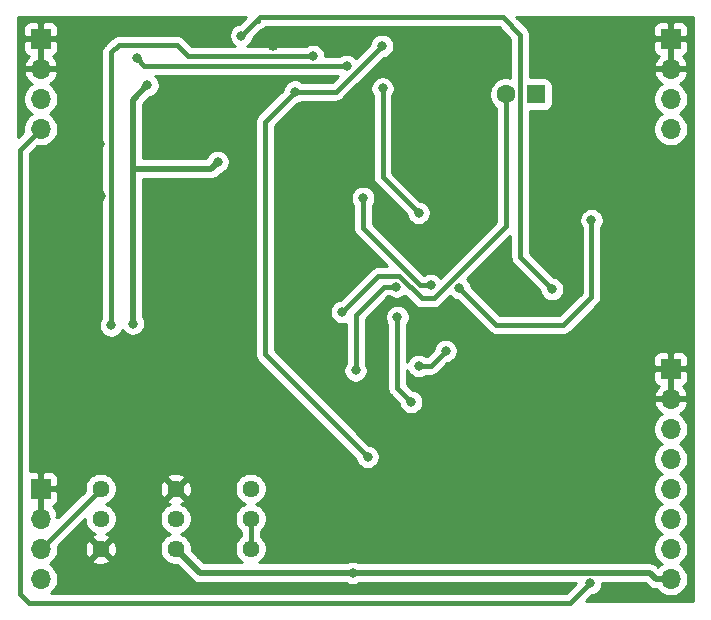
<source format=gbr>
G04 #@! TF.GenerationSoftware,KiCad,Pcbnew,5.1.6-c6e7f7d~87~ubuntu18.04.1*
G04 #@! TF.CreationDate,2020-08-18T13:24:45-04:00*
G04 #@! TF.ProjectId,arp_4072_LPF,6172705f-3430-4373-925f-4c50462e6b69,1*
G04 #@! TF.SameCoordinates,Original*
G04 #@! TF.FileFunction,Copper,L2,Bot*
G04 #@! TF.FilePolarity,Positive*
%FSLAX46Y46*%
G04 Gerber Fmt 4.6, Leading zero omitted, Abs format (unit mm)*
G04 Created by KiCad (PCBNEW 5.1.6-c6e7f7d~87~ubuntu18.04.1) date 2020-08-18 13:24:45*
%MOMM*%
%LPD*%
G01*
G04 APERTURE LIST*
G04 #@! TA.AperFunction,ComponentPad*
%ADD10C,1.440000*%
G04 #@! TD*
G04 #@! TA.AperFunction,ComponentPad*
%ADD11O,1.700000X1.700000*%
G04 #@! TD*
G04 #@! TA.AperFunction,ComponentPad*
%ADD12R,1.700000X1.700000*%
G04 #@! TD*
G04 #@! TA.AperFunction,ComponentPad*
%ADD13C,1.600000*%
G04 #@! TD*
G04 #@! TA.AperFunction,ComponentPad*
%ADD14R,1.600000X1.600000*%
G04 #@! TD*
G04 #@! TA.AperFunction,ViaPad*
%ADD15C,1.000000*%
G04 #@! TD*
G04 #@! TA.AperFunction,ViaPad*
%ADD16C,0.800000*%
G04 #@! TD*
G04 #@! TA.AperFunction,Conductor*
%ADD17C,0.500000*%
G04 #@! TD*
G04 #@! TA.AperFunction,Conductor*
%ADD18C,0.400000*%
G04 #@! TD*
G04 #@! TA.AperFunction,Conductor*
%ADD19C,0.254000*%
G04 #@! TD*
G04 APERTURE END LIST*
D10*
X147320000Y-116840000D03*
X147320000Y-119380000D03*
X147320000Y-121920000D03*
X140970000Y-116840000D03*
X140970000Y-119380000D03*
X140970000Y-121920000D03*
X134620000Y-116840000D03*
X134620000Y-119380000D03*
X134620000Y-121920000D03*
D11*
X182880000Y-124460000D03*
X182880000Y-121920000D03*
X182880000Y-119380000D03*
X182880000Y-116840000D03*
X182880000Y-114300000D03*
X182880000Y-111760000D03*
X182880000Y-109220000D03*
D12*
X182880000Y-106680000D03*
D11*
X182880000Y-86360000D03*
X182880000Y-83820000D03*
X182880000Y-81280000D03*
D12*
X182880000Y-78740000D03*
D11*
X129540000Y-124460000D03*
X129540000Y-121920000D03*
X129540000Y-119380000D03*
D12*
X129540000Y-116840000D03*
D11*
X129540000Y-86360000D03*
X129540000Y-83820000D03*
X129540000Y-81280000D03*
D12*
X129540000Y-78740000D03*
D13*
X168950000Y-83439000D03*
D14*
X171450000Y-83439000D03*
D15*
X163322000Y-98298000D03*
X166370000Y-99060000D03*
X165455600Y-91338400D03*
X165455600Y-87884000D03*
X150495000Y-90170000D03*
X146659600Y-93726000D03*
X143510000Y-93726000D03*
X138861800Y-92075000D03*
X138887200Y-87630000D03*
X143510000Y-99568000D03*
X142646400Y-104648000D03*
X146354800Y-104648000D03*
X146354800Y-108204000D03*
X142646400Y-108204000D03*
X173736000Y-105968800D03*
X173736000Y-112064800D03*
X175107600Y-119888000D03*
X158496000Y-119888000D03*
X143967200Y-119430800D03*
X137160000Y-124460000D03*
D16*
X165557200Y-104749600D03*
X167386000Y-107899200D03*
D15*
X134518400Y-87630000D03*
X134569200Y-92075000D03*
X173863000Y-87172800D03*
X178689000Y-87223600D03*
X171856400Y-79019400D03*
X173863000Y-91516200D03*
X178689000Y-91490800D03*
X146050000Y-83820000D03*
X140817600Y-84683600D03*
X151307800Y-98806000D03*
X168757600Y-79019400D03*
X149250400Y-79298800D03*
D16*
X155956000Y-123952000D03*
X138582400Y-82651600D03*
X137337796Y-102844604D03*
X144526000Y-89154000D03*
X162560000Y-99568000D03*
X156845000Y-92202000D03*
X155067000Y-101854000D03*
X176072800Y-124815600D03*
X176174400Y-94081600D03*
X164954494Y-99828892D03*
X155448000Y-81026000D03*
X137668000Y-80391000D03*
X161544000Y-93472000D03*
X158490193Y-82925193D03*
X157216190Y-114132010D03*
X151079200Y-83210400D03*
X158419800Y-79324200D03*
X156210000Y-106807000D03*
X159664446Y-99715874D03*
X161544000Y-106426000D03*
X163830000Y-105156000D03*
X135509000Y-102997000D03*
X152595010Y-80205010D03*
X172834390Y-99929010D03*
X146525707Y-78467493D03*
X159737180Y-102285016D03*
X160909000Y-109474000D03*
D17*
X181102000Y-123952000D02*
X181610000Y-124460000D01*
X155956000Y-123952000D02*
X181102000Y-123952000D01*
X181610000Y-124460000D02*
X182880000Y-124460000D01*
X138582400Y-82651600D02*
X137337796Y-83896204D01*
X143941796Y-89738204D02*
X137337796Y-89738204D01*
X144526000Y-89154000D02*
X143941796Y-89738204D01*
X137337796Y-83896204D02*
X137337796Y-89738204D01*
X137337796Y-89738204D02*
X137337796Y-102844604D01*
X142240000Y-123190000D02*
X140970000Y-121920000D01*
X155956000Y-123952000D02*
X143002000Y-123952000D01*
X143002000Y-123952000D02*
X142240000Y-123190000D01*
D18*
X156845000Y-94773001D02*
X156845000Y-92202000D01*
X162560000Y-99568000D02*
X161639999Y-99568000D01*
X161639999Y-99568000D02*
X156845000Y-94773001D01*
X168950000Y-94575000D02*
X168950000Y-83439000D01*
X162814000Y-100711000D02*
X168950000Y-94575000D01*
X155067000Y-101854000D02*
X158115000Y-98806000D01*
X161798000Y-100711000D02*
X162814000Y-100711000D01*
X159893000Y-98806000D02*
X161798000Y-100711000D01*
X158115000Y-98806000D02*
X159893000Y-98806000D01*
X127762000Y-88138000D02*
X129540000Y-86360000D01*
X127762000Y-125730000D02*
X127762000Y-88138000D01*
X128524000Y-126492000D02*
X127762000Y-125730000D01*
X176072800Y-124815600D02*
X174396400Y-126492000D01*
X174396400Y-126492000D02*
X128524000Y-126492000D01*
X129540000Y-121920000D02*
X134620000Y-116840000D01*
X176174400Y-94081600D02*
X176174400Y-100584000D01*
X176174400Y-100584000D02*
X173786800Y-102971600D01*
X173786800Y-102971600D02*
X168097202Y-102971600D01*
X168097202Y-102971600D02*
X164954494Y-99828892D01*
X138303000Y-81026000D02*
X137668000Y-80391000D01*
X155448000Y-81026000D02*
X138303000Y-81026000D01*
X158490193Y-90418193D02*
X158490193Y-82925193D01*
X161544000Y-93472000D02*
X158490193Y-90418193D01*
X148539200Y-85750400D02*
X151079200Y-83210400D01*
X157216190Y-114132010D02*
X148539200Y-105455020D01*
X148539200Y-105455020D02*
X148539200Y-85750400D01*
X154533600Y-83210400D02*
X158419800Y-79324200D01*
X151079200Y-83210400D02*
X154533600Y-83210400D01*
X158602126Y-99715874D02*
X159664446Y-99715874D01*
X156210000Y-106807000D02*
X156210000Y-102108000D01*
X156210000Y-102108000D02*
X158602126Y-99715874D01*
X161544000Y-106426000D02*
X162560000Y-106426000D01*
X162560000Y-106426000D02*
X163830000Y-105156000D01*
X147320000Y-119380000D02*
X147320000Y-121920000D01*
X135509000Y-102997000D02*
X135509000Y-79883000D01*
X135509000Y-79883000D02*
X136144000Y-79248000D01*
X136144000Y-79248000D02*
X141097000Y-79248000D01*
X142047801Y-80198801D02*
X149925199Y-80198801D01*
X141097000Y-79248000D02*
X142047801Y-80198801D01*
X149931408Y-80205010D02*
X152595010Y-80205010D01*
X149925199Y-80198801D02*
X149931408Y-80205010D01*
X147777200Y-77216000D02*
X147904200Y-77216000D01*
X170150001Y-97244621D02*
X172834390Y-99929010D01*
X170150001Y-78379801D02*
X170150001Y-97244621D01*
X168681400Y-76911200D02*
X170150001Y-78379801D01*
X147777200Y-77216000D02*
X148082000Y-76911200D01*
X148082000Y-76911200D02*
X168681400Y-76911200D01*
X147777200Y-77216000D02*
X146525707Y-78467493D01*
X159737180Y-108302180D02*
X159737180Y-102285016D01*
X160909000Y-109474000D02*
X159737180Y-108302180D01*
D19*
G36*
X146368932Y-77443400D02*
G01*
X146223809Y-77472267D01*
X146035451Y-77550288D01*
X145865933Y-77663556D01*
X145721770Y-77807719D01*
X145608502Y-77977237D01*
X145530481Y-78165595D01*
X145490707Y-78365554D01*
X145490707Y-78569432D01*
X145530481Y-78769391D01*
X145608502Y-78957749D01*
X145721770Y-79127267D01*
X145865933Y-79271430D01*
X146004176Y-79363801D01*
X142393669Y-79363801D01*
X141716445Y-78686578D01*
X141690291Y-78654709D01*
X141563146Y-78550364D01*
X141418087Y-78472828D01*
X141260689Y-78425082D01*
X141138019Y-78413000D01*
X141138018Y-78413000D01*
X141097000Y-78408960D01*
X141055982Y-78413000D01*
X136185018Y-78413000D01*
X136144000Y-78408960D01*
X136102982Y-78413000D01*
X136102981Y-78413000D01*
X135980311Y-78425082D01*
X135884157Y-78454250D01*
X135822913Y-78472828D01*
X135677854Y-78550364D01*
X135585004Y-78626564D01*
X135550709Y-78654709D01*
X135524562Y-78686569D01*
X134947573Y-79263559D01*
X134915710Y-79289709D01*
X134849809Y-79370010D01*
X134811364Y-79416855D01*
X134733828Y-79561914D01*
X134686082Y-79719312D01*
X134669960Y-79883000D01*
X134674001Y-79924029D01*
X134674000Y-102383715D01*
X134591795Y-102506744D01*
X134513774Y-102695102D01*
X134474000Y-102895061D01*
X134474000Y-103098939D01*
X134513774Y-103298898D01*
X134591795Y-103487256D01*
X134705063Y-103656774D01*
X134849226Y-103800937D01*
X135018744Y-103914205D01*
X135207102Y-103992226D01*
X135407061Y-104032000D01*
X135610939Y-104032000D01*
X135810898Y-103992226D01*
X135999256Y-103914205D01*
X136168774Y-103800937D01*
X136312937Y-103656774D01*
X136426205Y-103487256D01*
X136463025Y-103398366D01*
X136533859Y-103504378D01*
X136678022Y-103648541D01*
X136847540Y-103761809D01*
X137035898Y-103839830D01*
X137235857Y-103879604D01*
X137439735Y-103879604D01*
X137639694Y-103839830D01*
X137828052Y-103761809D01*
X137997570Y-103648541D01*
X138141733Y-103504378D01*
X138255001Y-103334860D01*
X138333022Y-103146502D01*
X138372796Y-102946543D01*
X138372796Y-102742665D01*
X138333022Y-102542706D01*
X138255001Y-102354348D01*
X138222796Y-102306150D01*
X138222796Y-90623204D01*
X143898327Y-90623204D01*
X143941796Y-90627485D01*
X143985265Y-90623204D01*
X143985273Y-90623204D01*
X144115286Y-90610399D01*
X144282109Y-90559793D01*
X144435855Y-90477615D01*
X144570613Y-90367021D01*
X144598330Y-90333248D01*
X144771043Y-90160535D01*
X144827898Y-90149226D01*
X145016256Y-90071205D01*
X145185774Y-89957937D01*
X145329937Y-89813774D01*
X145443205Y-89644256D01*
X145521226Y-89455898D01*
X145561000Y-89255939D01*
X145561000Y-89052061D01*
X145521226Y-88852102D01*
X145443205Y-88663744D01*
X145329937Y-88494226D01*
X145185774Y-88350063D01*
X145016256Y-88236795D01*
X144827898Y-88158774D01*
X144627939Y-88119000D01*
X144424061Y-88119000D01*
X144224102Y-88158774D01*
X144035744Y-88236795D01*
X143866226Y-88350063D01*
X143722063Y-88494226D01*
X143608795Y-88663744D01*
X143530774Y-88852102D01*
X143530555Y-88853204D01*
X138222796Y-88853204D01*
X138222796Y-84262782D01*
X138827444Y-83658135D01*
X138884298Y-83646826D01*
X139072656Y-83568805D01*
X139242174Y-83455537D01*
X139386337Y-83311374D01*
X139499605Y-83141856D01*
X139577626Y-82953498D01*
X139617400Y-82753539D01*
X139617400Y-82549661D01*
X139577626Y-82349702D01*
X139499605Y-82161344D01*
X139386337Y-81991826D01*
X139255511Y-81861000D01*
X154702133Y-81861000D01*
X154187733Y-82375400D01*
X151692485Y-82375400D01*
X151569456Y-82293195D01*
X151381098Y-82215174D01*
X151181139Y-82175400D01*
X150977261Y-82175400D01*
X150777302Y-82215174D01*
X150588944Y-82293195D01*
X150419426Y-82406463D01*
X150275263Y-82550626D01*
X150161995Y-82720144D01*
X150083974Y-82908502D01*
X150055108Y-83053625D01*
X147977774Y-85130959D01*
X147945910Y-85157109D01*
X147871374Y-85247932D01*
X147841564Y-85284255D01*
X147764028Y-85429314D01*
X147716282Y-85586712D01*
X147700160Y-85750400D01*
X147704201Y-85791429D01*
X147704200Y-105414002D01*
X147700160Y-105455020D01*
X147704200Y-105496038D01*
X147716282Y-105618708D01*
X147764028Y-105776106D01*
X147841564Y-105921165D01*
X147945909Y-106048311D01*
X147977779Y-106074466D01*
X156192098Y-114288787D01*
X156220964Y-114433908D01*
X156298985Y-114622266D01*
X156412253Y-114791784D01*
X156556416Y-114935947D01*
X156725934Y-115049215D01*
X156914292Y-115127236D01*
X157114251Y-115167010D01*
X157318129Y-115167010D01*
X157518088Y-115127236D01*
X157706446Y-115049215D01*
X157875964Y-114935947D01*
X158020127Y-114791784D01*
X158133395Y-114622266D01*
X158211416Y-114433908D01*
X158251190Y-114233949D01*
X158251190Y-114030071D01*
X158211416Y-113830112D01*
X158133395Y-113641754D01*
X158020127Y-113472236D01*
X157875964Y-113328073D01*
X157706446Y-113214805D01*
X157518088Y-113136784D01*
X157372967Y-113107918D01*
X149374200Y-105109153D01*
X149374200Y-86096267D01*
X151235975Y-84234492D01*
X151381098Y-84205626D01*
X151569456Y-84127605D01*
X151692485Y-84045400D01*
X154492582Y-84045400D01*
X154533600Y-84049440D01*
X154574618Y-84045400D01*
X154574619Y-84045400D01*
X154697289Y-84033318D01*
X154854687Y-83985572D01*
X154999746Y-83908036D01*
X155126891Y-83803691D01*
X155153046Y-83771821D01*
X156101613Y-82823254D01*
X157455193Y-82823254D01*
X157455193Y-83027132D01*
X157494967Y-83227091D01*
X157572988Y-83415449D01*
X157655194Y-83538479D01*
X157655193Y-90377174D01*
X157651153Y-90418193D01*
X157655193Y-90459211D01*
X157667275Y-90581881D01*
X157715021Y-90739279D01*
X157792557Y-90884338D01*
X157896902Y-91011484D01*
X157928772Y-91037639D01*
X160519908Y-93628775D01*
X160548774Y-93773898D01*
X160626795Y-93962256D01*
X160740063Y-94131774D01*
X160884226Y-94275937D01*
X161053744Y-94389205D01*
X161242102Y-94467226D01*
X161442061Y-94507000D01*
X161645939Y-94507000D01*
X161845898Y-94467226D01*
X162034256Y-94389205D01*
X162203774Y-94275937D01*
X162347937Y-94131774D01*
X162461205Y-93962256D01*
X162539226Y-93773898D01*
X162579000Y-93573939D01*
X162579000Y-93370061D01*
X162539226Y-93170102D01*
X162461205Y-92981744D01*
X162347937Y-92812226D01*
X162203774Y-92668063D01*
X162034256Y-92554795D01*
X161845898Y-92476774D01*
X161700775Y-92447908D01*
X159325193Y-90072326D01*
X159325193Y-83538478D01*
X159407398Y-83415449D01*
X159485419Y-83227091D01*
X159525193Y-83027132D01*
X159525193Y-82823254D01*
X159485419Y-82623295D01*
X159407398Y-82434937D01*
X159294130Y-82265419D01*
X159149967Y-82121256D01*
X158980449Y-82007988D01*
X158792091Y-81929967D01*
X158592132Y-81890193D01*
X158388254Y-81890193D01*
X158188295Y-81929967D01*
X157999937Y-82007988D01*
X157830419Y-82121256D01*
X157686256Y-82265419D01*
X157572988Y-82434937D01*
X157494967Y-82623295D01*
X157455193Y-82823254D01*
X156101613Y-82823254D01*
X158576577Y-80348292D01*
X158721698Y-80319426D01*
X158910056Y-80241405D01*
X159079574Y-80128137D01*
X159223737Y-79983974D01*
X159337005Y-79814456D01*
X159415026Y-79626098D01*
X159454800Y-79426139D01*
X159454800Y-79222261D01*
X159415026Y-79022302D01*
X159337005Y-78833944D01*
X159223737Y-78664426D01*
X159079574Y-78520263D01*
X158910056Y-78406995D01*
X158721698Y-78328974D01*
X158521739Y-78289200D01*
X158317861Y-78289200D01*
X158117902Y-78328974D01*
X157929544Y-78406995D01*
X157760026Y-78520263D01*
X157615863Y-78664426D01*
X157502595Y-78833944D01*
X157424574Y-79022302D01*
X157395708Y-79167423D01*
X156224421Y-80338710D01*
X156107774Y-80222063D01*
X155938256Y-80108795D01*
X155749898Y-80030774D01*
X155549939Y-79991000D01*
X155346061Y-79991000D01*
X155146102Y-80030774D01*
X154957744Y-80108795D01*
X154834715Y-80191000D01*
X153630010Y-80191000D01*
X153630010Y-80103071D01*
X153590236Y-79903112D01*
X153512215Y-79714754D01*
X153398947Y-79545236D01*
X153254784Y-79401073D01*
X153085266Y-79287805D01*
X152896908Y-79209784D01*
X152696949Y-79170010D01*
X152493071Y-79170010D01*
X152293112Y-79209784D01*
X152104754Y-79287805D01*
X151981725Y-79370010D01*
X150029259Y-79370010D01*
X149966218Y-79363801D01*
X149966217Y-79363801D01*
X149925199Y-79359761D01*
X149884181Y-79363801D01*
X147047238Y-79363801D01*
X147185481Y-79271430D01*
X147329644Y-79127267D01*
X147442912Y-78957749D01*
X147520933Y-78769391D01*
X147549800Y-78624268D01*
X148164437Y-78009630D01*
X148225287Y-77991172D01*
X148370346Y-77913636D01*
X148497491Y-77809291D01*
X148549268Y-77746200D01*
X168335533Y-77746200D01*
X169315001Y-78725669D01*
X169315001Y-82048491D01*
X169091335Y-82004000D01*
X168808665Y-82004000D01*
X168531426Y-82059147D01*
X168270273Y-82167320D01*
X168035241Y-82324363D01*
X167835363Y-82524241D01*
X167678320Y-82759273D01*
X167570147Y-83020426D01*
X167515000Y-83297665D01*
X167515000Y-83580335D01*
X167570147Y-83857574D01*
X167678320Y-84118727D01*
X167835363Y-84353759D01*
X168035241Y-84553637D01*
X168115001Y-84606931D01*
X168115000Y-94229132D01*
X163392764Y-98951369D01*
X163363937Y-98908226D01*
X163219774Y-98764063D01*
X163050256Y-98650795D01*
X162861898Y-98572774D01*
X162661939Y-98533000D01*
X162458061Y-98533000D01*
X162258102Y-98572774D01*
X162069744Y-98650795D01*
X161970186Y-98717318D01*
X157680000Y-94427134D01*
X157680000Y-92815285D01*
X157762205Y-92692256D01*
X157840226Y-92503898D01*
X157880000Y-92303939D01*
X157880000Y-92100061D01*
X157840226Y-91900102D01*
X157762205Y-91711744D01*
X157648937Y-91542226D01*
X157504774Y-91398063D01*
X157335256Y-91284795D01*
X157146898Y-91206774D01*
X156946939Y-91167000D01*
X156743061Y-91167000D01*
X156543102Y-91206774D01*
X156354744Y-91284795D01*
X156185226Y-91398063D01*
X156041063Y-91542226D01*
X155927795Y-91711744D01*
X155849774Y-91900102D01*
X155810000Y-92100061D01*
X155810000Y-92303939D01*
X155849774Y-92503898D01*
X155927795Y-92692256D01*
X156010001Y-92815286D01*
X156010000Y-94731982D01*
X156005960Y-94773001D01*
X156010000Y-94814019D01*
X156022082Y-94936689D01*
X156069828Y-95094087D01*
X156147364Y-95239146D01*
X156251709Y-95366292D01*
X156283579Y-95392447D01*
X158862131Y-97971000D01*
X158156018Y-97971000D01*
X158115000Y-97966960D01*
X158073981Y-97971000D01*
X157951311Y-97983082D01*
X157793913Y-98030828D01*
X157648854Y-98108364D01*
X157521709Y-98212709D01*
X157495563Y-98244568D01*
X154910225Y-100829907D01*
X154765102Y-100858774D01*
X154576744Y-100936795D01*
X154407226Y-101050063D01*
X154263063Y-101194226D01*
X154149795Y-101363744D01*
X154071774Y-101552102D01*
X154032000Y-101752061D01*
X154032000Y-101955939D01*
X154071774Y-102155898D01*
X154149795Y-102344256D01*
X154263063Y-102513774D01*
X154407226Y-102657937D01*
X154576744Y-102771205D01*
X154765102Y-102849226D01*
X154965061Y-102889000D01*
X155168939Y-102889000D01*
X155368898Y-102849226D01*
X155375001Y-102846698D01*
X155375000Y-106193715D01*
X155292795Y-106316744D01*
X155214774Y-106505102D01*
X155175000Y-106705061D01*
X155175000Y-106908939D01*
X155214774Y-107108898D01*
X155292795Y-107297256D01*
X155406063Y-107466774D01*
X155550226Y-107610937D01*
X155719744Y-107724205D01*
X155908102Y-107802226D01*
X156108061Y-107842000D01*
X156311939Y-107842000D01*
X156511898Y-107802226D01*
X156700256Y-107724205D01*
X156869774Y-107610937D01*
X157013937Y-107466774D01*
X157127205Y-107297256D01*
X157205226Y-107108898D01*
X157245000Y-106908939D01*
X157245000Y-106705061D01*
X157205226Y-106505102D01*
X157127205Y-106316744D01*
X157045000Y-106193715D01*
X157045000Y-102453867D01*
X157315790Y-102183077D01*
X158702180Y-102183077D01*
X158702180Y-102386955D01*
X158741954Y-102586914D01*
X158819975Y-102775272D01*
X158902181Y-102898302D01*
X158902180Y-108261161D01*
X158898140Y-108302180D01*
X158902180Y-108343198D01*
X158914262Y-108465868D01*
X158962008Y-108623266D01*
X159039544Y-108768325D01*
X159143889Y-108895471D01*
X159175758Y-108921625D01*
X159884908Y-109630776D01*
X159913774Y-109775898D01*
X159991795Y-109964256D01*
X160105063Y-110133774D01*
X160249226Y-110277937D01*
X160418744Y-110391205D01*
X160607102Y-110469226D01*
X160807061Y-110509000D01*
X161010939Y-110509000D01*
X161210898Y-110469226D01*
X161399256Y-110391205D01*
X161568774Y-110277937D01*
X161712937Y-110133774D01*
X161826205Y-109964256D01*
X161904226Y-109775898D01*
X161944000Y-109575939D01*
X161944000Y-109372061D01*
X161904226Y-109172102D01*
X161826205Y-108983744D01*
X161712937Y-108814226D01*
X161568774Y-108670063D01*
X161399256Y-108556795D01*
X161210898Y-108478774D01*
X161065776Y-108449908D01*
X160572180Y-107956313D01*
X160572180Y-107530000D01*
X181391928Y-107530000D01*
X181404188Y-107654482D01*
X181440498Y-107774180D01*
X181499463Y-107884494D01*
X181578815Y-107981185D01*
X181675506Y-108060537D01*
X181785820Y-108119502D01*
X181866466Y-108143966D01*
X181782412Y-108219731D01*
X181608359Y-108453080D01*
X181483175Y-108715901D01*
X181438524Y-108863110D01*
X181559845Y-109093000D01*
X182753000Y-109093000D01*
X182753000Y-106807000D01*
X183007000Y-106807000D01*
X183007000Y-109093000D01*
X184200155Y-109093000D01*
X184321476Y-108863110D01*
X184276825Y-108715901D01*
X184151641Y-108453080D01*
X183977588Y-108219731D01*
X183893534Y-108143966D01*
X183974180Y-108119502D01*
X184084494Y-108060537D01*
X184181185Y-107981185D01*
X184260537Y-107884494D01*
X184319502Y-107774180D01*
X184355812Y-107654482D01*
X184368072Y-107530000D01*
X184365000Y-106965750D01*
X184206250Y-106807000D01*
X183007000Y-106807000D01*
X182753000Y-106807000D01*
X181553750Y-106807000D01*
X181395000Y-106965750D01*
X181391928Y-107530000D01*
X160572180Y-107530000D01*
X160572180Y-106784405D01*
X160626795Y-106916256D01*
X160740063Y-107085774D01*
X160884226Y-107229937D01*
X161053744Y-107343205D01*
X161242102Y-107421226D01*
X161442061Y-107461000D01*
X161645939Y-107461000D01*
X161845898Y-107421226D01*
X162034256Y-107343205D01*
X162157285Y-107261000D01*
X162518982Y-107261000D01*
X162560000Y-107265040D01*
X162601018Y-107261000D01*
X162601019Y-107261000D01*
X162723689Y-107248918D01*
X162881087Y-107201172D01*
X163026146Y-107123636D01*
X163153291Y-107019291D01*
X163179446Y-106987421D01*
X163986775Y-106180092D01*
X164131898Y-106151226D01*
X164320256Y-106073205D01*
X164489774Y-105959937D01*
X164619711Y-105830000D01*
X181391928Y-105830000D01*
X181395000Y-106394250D01*
X181553750Y-106553000D01*
X182753000Y-106553000D01*
X182753000Y-105353750D01*
X183007000Y-105353750D01*
X183007000Y-106553000D01*
X184206250Y-106553000D01*
X184365000Y-106394250D01*
X184368072Y-105830000D01*
X184355812Y-105705518D01*
X184319502Y-105585820D01*
X184260537Y-105475506D01*
X184181185Y-105378815D01*
X184084494Y-105299463D01*
X183974180Y-105240498D01*
X183854482Y-105204188D01*
X183730000Y-105191928D01*
X183165750Y-105195000D01*
X183007000Y-105353750D01*
X182753000Y-105353750D01*
X182594250Y-105195000D01*
X182030000Y-105191928D01*
X181905518Y-105204188D01*
X181785820Y-105240498D01*
X181675506Y-105299463D01*
X181578815Y-105378815D01*
X181499463Y-105475506D01*
X181440498Y-105585820D01*
X181404188Y-105705518D01*
X181391928Y-105830000D01*
X164619711Y-105830000D01*
X164633937Y-105815774D01*
X164747205Y-105646256D01*
X164825226Y-105457898D01*
X164865000Y-105257939D01*
X164865000Y-105054061D01*
X164825226Y-104854102D01*
X164747205Y-104665744D01*
X164633937Y-104496226D01*
X164489774Y-104352063D01*
X164320256Y-104238795D01*
X164131898Y-104160774D01*
X163931939Y-104121000D01*
X163728061Y-104121000D01*
X163528102Y-104160774D01*
X163339744Y-104238795D01*
X163170226Y-104352063D01*
X163026063Y-104496226D01*
X162912795Y-104665744D01*
X162834774Y-104854102D01*
X162805908Y-104999225D01*
X162214133Y-105591000D01*
X162157285Y-105591000D01*
X162034256Y-105508795D01*
X161845898Y-105430774D01*
X161645939Y-105391000D01*
X161442061Y-105391000D01*
X161242102Y-105430774D01*
X161053744Y-105508795D01*
X160884226Y-105622063D01*
X160740063Y-105766226D01*
X160626795Y-105935744D01*
X160572180Y-106067595D01*
X160572180Y-102898301D01*
X160654385Y-102775272D01*
X160732406Y-102586914D01*
X160772180Y-102386955D01*
X160772180Y-102183077D01*
X160732406Y-101983118D01*
X160654385Y-101794760D01*
X160541117Y-101625242D01*
X160396954Y-101481079D01*
X160227436Y-101367811D01*
X160039078Y-101289790D01*
X159839119Y-101250016D01*
X159635241Y-101250016D01*
X159435282Y-101289790D01*
X159246924Y-101367811D01*
X159077406Y-101481079D01*
X158933243Y-101625242D01*
X158819975Y-101794760D01*
X158741954Y-101983118D01*
X158702180Y-102183077D01*
X157315790Y-102183077D01*
X158947994Y-100550874D01*
X159051161Y-100550874D01*
X159174190Y-100633079D01*
X159362548Y-100711100D01*
X159562507Y-100750874D01*
X159766385Y-100750874D01*
X159966344Y-100711100D01*
X160154702Y-100633079D01*
X160324220Y-100519811D01*
X160375081Y-100468950D01*
X161178563Y-101272432D01*
X161204709Y-101304291D01*
X161236568Y-101330437D01*
X161236570Y-101330439D01*
X161331854Y-101408636D01*
X161476913Y-101486172D01*
X161634311Y-101533918D01*
X161798000Y-101550040D01*
X161839018Y-101546000D01*
X162772982Y-101546000D01*
X162814000Y-101550040D01*
X162855018Y-101546000D01*
X162855019Y-101546000D01*
X162977689Y-101533918D01*
X163135087Y-101486172D01*
X163280146Y-101408636D01*
X163407291Y-101304291D01*
X163433446Y-101272421D01*
X164183879Y-100521988D01*
X164294720Y-100632829D01*
X164464238Y-100746097D01*
X164652596Y-100824118D01*
X164797719Y-100852985D01*
X167477761Y-103533027D01*
X167503911Y-103564891D01*
X167631056Y-103669236D01*
X167776115Y-103746772D01*
X167933513Y-103794518D01*
X168056183Y-103806600D01*
X168056193Y-103806600D01*
X168097201Y-103810639D01*
X168138209Y-103806600D01*
X173745782Y-103806600D01*
X173786800Y-103810640D01*
X173827818Y-103806600D01*
X173827819Y-103806600D01*
X173950489Y-103794518D01*
X174107887Y-103746772D01*
X174252946Y-103669236D01*
X174380091Y-103564891D01*
X174406246Y-103533021D01*
X176735827Y-101203441D01*
X176767691Y-101177291D01*
X176872036Y-101050146D01*
X176949572Y-100905087D01*
X176997318Y-100747689D01*
X177009400Y-100625019D01*
X177009400Y-100625009D01*
X177013439Y-100584001D01*
X177009400Y-100542993D01*
X177009400Y-94694885D01*
X177091605Y-94571856D01*
X177169626Y-94383498D01*
X177209400Y-94183539D01*
X177209400Y-93979661D01*
X177169626Y-93779702D01*
X177091605Y-93591344D01*
X176978337Y-93421826D01*
X176834174Y-93277663D01*
X176664656Y-93164395D01*
X176476298Y-93086374D01*
X176276339Y-93046600D01*
X176072461Y-93046600D01*
X175872502Y-93086374D01*
X175684144Y-93164395D01*
X175514626Y-93277663D01*
X175370463Y-93421826D01*
X175257195Y-93591344D01*
X175179174Y-93779702D01*
X175139400Y-93979661D01*
X175139400Y-94183539D01*
X175179174Y-94383498D01*
X175257195Y-94571856D01*
X175339400Y-94694885D01*
X175339401Y-100238131D01*
X173440933Y-102136600D01*
X168443070Y-102136600D01*
X165978587Y-99672117D01*
X165949720Y-99526994D01*
X165871699Y-99338636D01*
X165758431Y-99169118D01*
X165647590Y-99058277D01*
X169315002Y-95390866D01*
X169315002Y-97203592D01*
X169310961Y-97244621D01*
X169327083Y-97408309D01*
X169374829Y-97565707D01*
X169374830Y-97565708D01*
X169452366Y-97710767D01*
X169556711Y-97837912D01*
X169588575Y-97864062D01*
X171810298Y-100085785D01*
X171839164Y-100230908D01*
X171917185Y-100419266D01*
X172030453Y-100588784D01*
X172174616Y-100732947D01*
X172344134Y-100846215D01*
X172532492Y-100924236D01*
X172732451Y-100964010D01*
X172936329Y-100964010D01*
X173136288Y-100924236D01*
X173324646Y-100846215D01*
X173494164Y-100732947D01*
X173638327Y-100588784D01*
X173751595Y-100419266D01*
X173829616Y-100230908D01*
X173869390Y-100030949D01*
X173869390Y-99827071D01*
X173829616Y-99627112D01*
X173751595Y-99438754D01*
X173638327Y-99269236D01*
X173494164Y-99125073D01*
X173324646Y-99011805D01*
X173136288Y-98933784D01*
X172991165Y-98904918D01*
X170985001Y-96898754D01*
X170985001Y-84877072D01*
X172250000Y-84877072D01*
X172374482Y-84864812D01*
X172494180Y-84828502D01*
X172604494Y-84769537D01*
X172701185Y-84690185D01*
X172780537Y-84593494D01*
X172839502Y-84483180D01*
X172875812Y-84363482D01*
X172888072Y-84239000D01*
X172888072Y-83673740D01*
X181395000Y-83673740D01*
X181395000Y-83966260D01*
X181452068Y-84253158D01*
X181564010Y-84523411D01*
X181726525Y-84766632D01*
X181933368Y-84973475D01*
X182107760Y-85090000D01*
X181933368Y-85206525D01*
X181726525Y-85413368D01*
X181564010Y-85656589D01*
X181452068Y-85926842D01*
X181395000Y-86213740D01*
X181395000Y-86506260D01*
X181452068Y-86793158D01*
X181564010Y-87063411D01*
X181726525Y-87306632D01*
X181933368Y-87513475D01*
X182176589Y-87675990D01*
X182446842Y-87787932D01*
X182733740Y-87845000D01*
X183026260Y-87845000D01*
X183313158Y-87787932D01*
X183583411Y-87675990D01*
X183826632Y-87513475D01*
X184033475Y-87306632D01*
X184195990Y-87063411D01*
X184307932Y-86793158D01*
X184365000Y-86506260D01*
X184365000Y-86213740D01*
X184307932Y-85926842D01*
X184195990Y-85656589D01*
X184033475Y-85413368D01*
X183826632Y-85206525D01*
X183652240Y-85090000D01*
X183826632Y-84973475D01*
X184033475Y-84766632D01*
X184195990Y-84523411D01*
X184307932Y-84253158D01*
X184365000Y-83966260D01*
X184365000Y-83673740D01*
X184307932Y-83386842D01*
X184195990Y-83116589D01*
X184033475Y-82873368D01*
X183826632Y-82666525D01*
X183644466Y-82544805D01*
X183761355Y-82475178D01*
X183977588Y-82280269D01*
X184151641Y-82046920D01*
X184276825Y-81784099D01*
X184321476Y-81636890D01*
X184200155Y-81407000D01*
X183007000Y-81407000D01*
X183007000Y-81427000D01*
X182753000Y-81427000D01*
X182753000Y-81407000D01*
X181559845Y-81407000D01*
X181438524Y-81636890D01*
X181483175Y-81784099D01*
X181608359Y-82046920D01*
X181782412Y-82280269D01*
X181998645Y-82475178D01*
X182115534Y-82544805D01*
X181933368Y-82666525D01*
X181726525Y-82873368D01*
X181564010Y-83116589D01*
X181452068Y-83386842D01*
X181395000Y-83673740D01*
X172888072Y-83673740D01*
X172888072Y-82639000D01*
X172875812Y-82514518D01*
X172839502Y-82394820D01*
X172780537Y-82284506D01*
X172701185Y-82187815D01*
X172604494Y-82108463D01*
X172494180Y-82049498D01*
X172374482Y-82013188D01*
X172250000Y-82000928D01*
X170985001Y-82000928D01*
X170985001Y-79590000D01*
X181391928Y-79590000D01*
X181404188Y-79714482D01*
X181440498Y-79834180D01*
X181499463Y-79944494D01*
X181578815Y-80041185D01*
X181675506Y-80120537D01*
X181785820Y-80179502D01*
X181866466Y-80203966D01*
X181782412Y-80279731D01*
X181608359Y-80513080D01*
X181483175Y-80775901D01*
X181438524Y-80923110D01*
X181559845Y-81153000D01*
X182753000Y-81153000D01*
X182753000Y-78867000D01*
X183007000Y-78867000D01*
X183007000Y-81153000D01*
X184200155Y-81153000D01*
X184321476Y-80923110D01*
X184276825Y-80775901D01*
X184151641Y-80513080D01*
X183977588Y-80279731D01*
X183893534Y-80203966D01*
X183974180Y-80179502D01*
X184084494Y-80120537D01*
X184181185Y-80041185D01*
X184260537Y-79944494D01*
X184319502Y-79834180D01*
X184355812Y-79714482D01*
X184368072Y-79590000D01*
X184365000Y-79025750D01*
X184206250Y-78867000D01*
X183007000Y-78867000D01*
X182753000Y-78867000D01*
X181553750Y-78867000D01*
X181395000Y-79025750D01*
X181391928Y-79590000D01*
X170985001Y-79590000D01*
X170985001Y-78420808D01*
X170989040Y-78379800D01*
X170985001Y-78338792D01*
X170985001Y-78338782D01*
X170972919Y-78216112D01*
X170925173Y-78058714D01*
X170847637Y-77913655D01*
X170828224Y-77890000D01*
X181391928Y-77890000D01*
X181395000Y-78454250D01*
X181553750Y-78613000D01*
X182753000Y-78613000D01*
X182753000Y-77413750D01*
X183007000Y-77413750D01*
X183007000Y-78613000D01*
X184206250Y-78613000D01*
X184365000Y-78454250D01*
X184368072Y-77890000D01*
X184355812Y-77765518D01*
X184319502Y-77645820D01*
X184260537Y-77535506D01*
X184181185Y-77438815D01*
X184084494Y-77359463D01*
X183974180Y-77300498D01*
X183854482Y-77264188D01*
X183730000Y-77251928D01*
X183165750Y-77255000D01*
X183007000Y-77413750D01*
X182753000Y-77413750D01*
X182594250Y-77255000D01*
X182030000Y-77251928D01*
X181905518Y-77264188D01*
X181785820Y-77300498D01*
X181675506Y-77359463D01*
X181578815Y-77438815D01*
X181499463Y-77535506D01*
X181440498Y-77645820D01*
X181404188Y-77765518D01*
X181391928Y-77890000D01*
X170828224Y-77890000D01*
X170743292Y-77786510D01*
X170711429Y-77760361D01*
X169811067Y-76860000D01*
X184760000Y-76860000D01*
X184760001Y-126340000D01*
X175729268Y-126340000D01*
X176229576Y-125839692D01*
X176374698Y-125810826D01*
X176563056Y-125732805D01*
X176732574Y-125619537D01*
X176876737Y-125475374D01*
X176990005Y-125305856D01*
X177068026Y-125117498D01*
X177107800Y-124917539D01*
X177107800Y-124837000D01*
X180735422Y-124837000D01*
X180953466Y-125055044D01*
X180981183Y-125088817D01*
X181115941Y-125199411D01*
X181269687Y-125281589D01*
X181436510Y-125332195D01*
X181566523Y-125345000D01*
X181566533Y-125345000D01*
X181609999Y-125349281D01*
X181653465Y-125345000D01*
X181685344Y-125345000D01*
X181726525Y-125406632D01*
X181933368Y-125613475D01*
X182176589Y-125775990D01*
X182446842Y-125887932D01*
X182733740Y-125945000D01*
X183026260Y-125945000D01*
X183313158Y-125887932D01*
X183583411Y-125775990D01*
X183826632Y-125613475D01*
X184033475Y-125406632D01*
X184195990Y-125163411D01*
X184307932Y-124893158D01*
X184365000Y-124606260D01*
X184365000Y-124313740D01*
X184307932Y-124026842D01*
X184195990Y-123756589D01*
X184033475Y-123513368D01*
X183826632Y-123306525D01*
X183652240Y-123190000D01*
X183826632Y-123073475D01*
X184033475Y-122866632D01*
X184195990Y-122623411D01*
X184307932Y-122353158D01*
X184365000Y-122066260D01*
X184365000Y-121773740D01*
X184307932Y-121486842D01*
X184195990Y-121216589D01*
X184033475Y-120973368D01*
X183826632Y-120766525D01*
X183652240Y-120650000D01*
X183826632Y-120533475D01*
X184033475Y-120326632D01*
X184195990Y-120083411D01*
X184307932Y-119813158D01*
X184365000Y-119526260D01*
X184365000Y-119233740D01*
X184307932Y-118946842D01*
X184195990Y-118676589D01*
X184033475Y-118433368D01*
X183826632Y-118226525D01*
X183652240Y-118110000D01*
X183826632Y-117993475D01*
X184033475Y-117786632D01*
X184195990Y-117543411D01*
X184307932Y-117273158D01*
X184365000Y-116986260D01*
X184365000Y-116693740D01*
X184307932Y-116406842D01*
X184195990Y-116136589D01*
X184033475Y-115893368D01*
X183826632Y-115686525D01*
X183652240Y-115570000D01*
X183826632Y-115453475D01*
X184033475Y-115246632D01*
X184195990Y-115003411D01*
X184307932Y-114733158D01*
X184365000Y-114446260D01*
X184365000Y-114153740D01*
X184307932Y-113866842D01*
X184195990Y-113596589D01*
X184033475Y-113353368D01*
X183826632Y-113146525D01*
X183652240Y-113030000D01*
X183826632Y-112913475D01*
X184033475Y-112706632D01*
X184195990Y-112463411D01*
X184307932Y-112193158D01*
X184365000Y-111906260D01*
X184365000Y-111613740D01*
X184307932Y-111326842D01*
X184195990Y-111056589D01*
X184033475Y-110813368D01*
X183826632Y-110606525D01*
X183644466Y-110484805D01*
X183761355Y-110415178D01*
X183977588Y-110220269D01*
X184151641Y-109986920D01*
X184276825Y-109724099D01*
X184321476Y-109576890D01*
X184200155Y-109347000D01*
X183007000Y-109347000D01*
X183007000Y-109367000D01*
X182753000Y-109367000D01*
X182753000Y-109347000D01*
X181559845Y-109347000D01*
X181438524Y-109576890D01*
X181483175Y-109724099D01*
X181608359Y-109986920D01*
X181782412Y-110220269D01*
X181998645Y-110415178D01*
X182115534Y-110484805D01*
X181933368Y-110606525D01*
X181726525Y-110813368D01*
X181564010Y-111056589D01*
X181452068Y-111326842D01*
X181395000Y-111613740D01*
X181395000Y-111906260D01*
X181452068Y-112193158D01*
X181564010Y-112463411D01*
X181726525Y-112706632D01*
X181933368Y-112913475D01*
X182107760Y-113030000D01*
X181933368Y-113146525D01*
X181726525Y-113353368D01*
X181564010Y-113596589D01*
X181452068Y-113866842D01*
X181395000Y-114153740D01*
X181395000Y-114446260D01*
X181452068Y-114733158D01*
X181564010Y-115003411D01*
X181726525Y-115246632D01*
X181933368Y-115453475D01*
X182107760Y-115570000D01*
X181933368Y-115686525D01*
X181726525Y-115893368D01*
X181564010Y-116136589D01*
X181452068Y-116406842D01*
X181395000Y-116693740D01*
X181395000Y-116986260D01*
X181452068Y-117273158D01*
X181564010Y-117543411D01*
X181726525Y-117786632D01*
X181933368Y-117993475D01*
X182107760Y-118110000D01*
X181933368Y-118226525D01*
X181726525Y-118433368D01*
X181564010Y-118676589D01*
X181452068Y-118946842D01*
X181395000Y-119233740D01*
X181395000Y-119526260D01*
X181452068Y-119813158D01*
X181564010Y-120083411D01*
X181726525Y-120326632D01*
X181933368Y-120533475D01*
X182107760Y-120650000D01*
X181933368Y-120766525D01*
X181726525Y-120973368D01*
X181564010Y-121216589D01*
X181452068Y-121486842D01*
X181395000Y-121773740D01*
X181395000Y-122066260D01*
X181452068Y-122353158D01*
X181564010Y-122623411D01*
X181726525Y-122866632D01*
X181933368Y-123073475D01*
X182107760Y-123190000D01*
X181933368Y-123306525D01*
X181820736Y-123419158D01*
X181758534Y-123356956D01*
X181730817Y-123323183D01*
X181596059Y-123212589D01*
X181442313Y-123130411D01*
X181275490Y-123079805D01*
X181145477Y-123067000D01*
X181145469Y-123067000D01*
X181102000Y-123062719D01*
X181058531Y-123067000D01*
X156494454Y-123067000D01*
X156446256Y-123034795D01*
X156257898Y-122956774D01*
X156057939Y-122917000D01*
X155854061Y-122917000D01*
X155654102Y-122956774D01*
X155465744Y-123034795D01*
X155417546Y-123067000D01*
X148042328Y-123067000D01*
X148183762Y-122972497D01*
X148372497Y-122783762D01*
X148520785Y-122561833D01*
X148622928Y-122315239D01*
X148675000Y-122053456D01*
X148675000Y-121786544D01*
X148622928Y-121524761D01*
X148520785Y-121278167D01*
X148372497Y-121056238D01*
X148183762Y-120867503D01*
X148155000Y-120848285D01*
X148155000Y-120451715D01*
X148183762Y-120432497D01*
X148372497Y-120243762D01*
X148520785Y-120021833D01*
X148622928Y-119775239D01*
X148675000Y-119513456D01*
X148675000Y-119246544D01*
X148622928Y-118984761D01*
X148520785Y-118738167D01*
X148372497Y-118516238D01*
X148183762Y-118327503D01*
X147961833Y-118179215D01*
X147794734Y-118110000D01*
X147961833Y-118040785D01*
X148183762Y-117892497D01*
X148372497Y-117703762D01*
X148520785Y-117481833D01*
X148622928Y-117235239D01*
X148675000Y-116973456D01*
X148675000Y-116706544D01*
X148622928Y-116444761D01*
X148520785Y-116198167D01*
X148372497Y-115976238D01*
X148183762Y-115787503D01*
X147961833Y-115639215D01*
X147715239Y-115537072D01*
X147453456Y-115485000D01*
X147186544Y-115485000D01*
X146924761Y-115537072D01*
X146678167Y-115639215D01*
X146456238Y-115787503D01*
X146267503Y-115976238D01*
X146119215Y-116198167D01*
X146017072Y-116444761D01*
X145965000Y-116706544D01*
X145965000Y-116973456D01*
X146017072Y-117235239D01*
X146119215Y-117481833D01*
X146267503Y-117703762D01*
X146456238Y-117892497D01*
X146678167Y-118040785D01*
X146845266Y-118110000D01*
X146678167Y-118179215D01*
X146456238Y-118327503D01*
X146267503Y-118516238D01*
X146119215Y-118738167D01*
X146017072Y-118984761D01*
X145965000Y-119246544D01*
X145965000Y-119513456D01*
X146017072Y-119775239D01*
X146119215Y-120021833D01*
X146267503Y-120243762D01*
X146456238Y-120432497D01*
X146485000Y-120451715D01*
X146485001Y-120848284D01*
X146456238Y-120867503D01*
X146267503Y-121056238D01*
X146119215Y-121278167D01*
X146017072Y-121524761D01*
X145965000Y-121786544D01*
X145965000Y-122053456D01*
X146017072Y-122315239D01*
X146119215Y-122561833D01*
X146267503Y-122783762D01*
X146456238Y-122972497D01*
X146597672Y-123067000D01*
X143368579Y-123067000D01*
X142896536Y-122594958D01*
X142896532Y-122594953D01*
X142325000Y-122023421D01*
X142325000Y-121786544D01*
X142272928Y-121524761D01*
X142170785Y-121278167D01*
X142022497Y-121056238D01*
X141833762Y-120867503D01*
X141611833Y-120719215D01*
X141444734Y-120650000D01*
X141611833Y-120580785D01*
X141833762Y-120432497D01*
X142022497Y-120243762D01*
X142170785Y-120021833D01*
X142272928Y-119775239D01*
X142325000Y-119513456D01*
X142325000Y-119246544D01*
X142272928Y-118984761D01*
X142170785Y-118738167D01*
X142022497Y-118516238D01*
X141833762Y-118327503D01*
X141611833Y-118179215D01*
X141443676Y-118109562D01*
X141558353Y-118067875D01*
X141664068Y-118011368D01*
X141725955Y-117775560D01*
X140970000Y-117019605D01*
X140214045Y-117775560D01*
X140275932Y-118011368D01*
X140491007Y-118111764D01*
X140328167Y-118179215D01*
X140106238Y-118327503D01*
X139917503Y-118516238D01*
X139769215Y-118738167D01*
X139667072Y-118984761D01*
X139615000Y-119246544D01*
X139615000Y-119513456D01*
X139667072Y-119775239D01*
X139769215Y-120021833D01*
X139917503Y-120243762D01*
X140106238Y-120432497D01*
X140328167Y-120580785D01*
X140495266Y-120650000D01*
X140328167Y-120719215D01*
X140106238Y-120867503D01*
X139917503Y-121056238D01*
X139769215Y-121278167D01*
X139667072Y-121524761D01*
X139615000Y-121786544D01*
X139615000Y-122053456D01*
X139667072Y-122315239D01*
X139769215Y-122561833D01*
X139917503Y-122783762D01*
X140106238Y-122972497D01*
X140328167Y-123120785D01*
X140574761Y-123222928D01*
X140836544Y-123275000D01*
X141073421Y-123275000D01*
X141644953Y-123846532D01*
X141644958Y-123846536D01*
X142345470Y-124547049D01*
X142373183Y-124580817D01*
X142406951Y-124608530D01*
X142406953Y-124608532D01*
X142507941Y-124691411D01*
X142661687Y-124773589D01*
X142828510Y-124824195D01*
X142958523Y-124837000D01*
X142958531Y-124837000D01*
X143002000Y-124841281D01*
X143045469Y-124837000D01*
X155417546Y-124837000D01*
X155465744Y-124869205D01*
X155654102Y-124947226D01*
X155854061Y-124987000D01*
X156057939Y-124987000D01*
X156257898Y-124947226D01*
X156446256Y-124869205D01*
X156494454Y-124837000D01*
X174870532Y-124837000D01*
X174050533Y-125657000D01*
X130421492Y-125657000D01*
X130486632Y-125613475D01*
X130693475Y-125406632D01*
X130855990Y-125163411D01*
X130967932Y-124893158D01*
X131025000Y-124606260D01*
X131025000Y-124313740D01*
X130967932Y-124026842D01*
X130855990Y-123756589D01*
X130693475Y-123513368D01*
X130486632Y-123306525D01*
X130312240Y-123190000D01*
X130486632Y-123073475D01*
X130693475Y-122866632D01*
X130700873Y-122855560D01*
X133864045Y-122855560D01*
X133925932Y-123091368D01*
X134167790Y-123204266D01*
X134427027Y-123267811D01*
X134693680Y-123279561D01*
X134957501Y-123239063D01*
X135208353Y-123147875D01*
X135314068Y-123091368D01*
X135375955Y-122855560D01*
X134620000Y-122099605D01*
X133864045Y-122855560D01*
X130700873Y-122855560D01*
X130855990Y-122623411D01*
X130967932Y-122353158D01*
X131025000Y-122066260D01*
X131025000Y-121993680D01*
X133260439Y-121993680D01*
X133300937Y-122257501D01*
X133392125Y-122508353D01*
X133448632Y-122614068D01*
X133684440Y-122675955D01*
X134440395Y-121920000D01*
X134799605Y-121920000D01*
X135555560Y-122675955D01*
X135791368Y-122614068D01*
X135904266Y-122372210D01*
X135967811Y-122112973D01*
X135979561Y-121846320D01*
X135939063Y-121582499D01*
X135847875Y-121331647D01*
X135791368Y-121225932D01*
X135555560Y-121164045D01*
X134799605Y-121920000D01*
X134440395Y-121920000D01*
X133684440Y-121164045D01*
X133448632Y-121225932D01*
X133335734Y-121467790D01*
X133272189Y-121727027D01*
X133260439Y-121993680D01*
X131025000Y-121993680D01*
X131025000Y-121773740D01*
X130998807Y-121642060D01*
X133265000Y-119375868D01*
X133265000Y-119513456D01*
X133317072Y-119775239D01*
X133419215Y-120021833D01*
X133567503Y-120243762D01*
X133756238Y-120432497D01*
X133978167Y-120580785D01*
X134146324Y-120650438D01*
X134031647Y-120692125D01*
X133925932Y-120748632D01*
X133864045Y-120984440D01*
X134620000Y-121740395D01*
X135375955Y-120984440D01*
X135314068Y-120748632D01*
X135098993Y-120648236D01*
X135261833Y-120580785D01*
X135483762Y-120432497D01*
X135672497Y-120243762D01*
X135820785Y-120021833D01*
X135922928Y-119775239D01*
X135975000Y-119513456D01*
X135975000Y-119246544D01*
X135922928Y-118984761D01*
X135820785Y-118738167D01*
X135672497Y-118516238D01*
X135483762Y-118327503D01*
X135261833Y-118179215D01*
X135094734Y-118110000D01*
X135261833Y-118040785D01*
X135483762Y-117892497D01*
X135672497Y-117703762D01*
X135820785Y-117481833D01*
X135922928Y-117235239D01*
X135975000Y-116973456D01*
X135975000Y-116913680D01*
X139610439Y-116913680D01*
X139650937Y-117177501D01*
X139742125Y-117428353D01*
X139798632Y-117534068D01*
X140034440Y-117595955D01*
X140790395Y-116840000D01*
X141149605Y-116840000D01*
X141905560Y-117595955D01*
X142141368Y-117534068D01*
X142254266Y-117292210D01*
X142317811Y-117032973D01*
X142329561Y-116766320D01*
X142289063Y-116502499D01*
X142197875Y-116251647D01*
X142141368Y-116145932D01*
X141905560Y-116084045D01*
X141149605Y-116840000D01*
X140790395Y-116840000D01*
X140034440Y-116084045D01*
X139798632Y-116145932D01*
X139685734Y-116387790D01*
X139622189Y-116647027D01*
X139610439Y-116913680D01*
X135975000Y-116913680D01*
X135975000Y-116706544D01*
X135922928Y-116444761D01*
X135820785Y-116198167D01*
X135672497Y-115976238D01*
X135600699Y-115904440D01*
X140214045Y-115904440D01*
X140970000Y-116660395D01*
X141725955Y-115904440D01*
X141664068Y-115668632D01*
X141422210Y-115555734D01*
X141162973Y-115492189D01*
X140896320Y-115480439D01*
X140632499Y-115520937D01*
X140381647Y-115612125D01*
X140275932Y-115668632D01*
X140214045Y-115904440D01*
X135600699Y-115904440D01*
X135483762Y-115787503D01*
X135261833Y-115639215D01*
X135015239Y-115537072D01*
X134753456Y-115485000D01*
X134486544Y-115485000D01*
X134224761Y-115537072D01*
X133978167Y-115639215D01*
X133756238Y-115787503D01*
X133567503Y-115976238D01*
X133419215Y-116198167D01*
X133317072Y-116444761D01*
X133265000Y-116706544D01*
X133265000Y-116973456D01*
X133271748Y-117007383D01*
X131025000Y-119254132D01*
X131025000Y-119252998D01*
X130860156Y-119252998D01*
X130981476Y-119023110D01*
X130936825Y-118875901D01*
X130811641Y-118613080D01*
X130637588Y-118379731D01*
X130553534Y-118303966D01*
X130634180Y-118279502D01*
X130744494Y-118220537D01*
X130841185Y-118141185D01*
X130920537Y-118044494D01*
X130979502Y-117934180D01*
X131015812Y-117814482D01*
X131028072Y-117690000D01*
X131025000Y-117125750D01*
X130866250Y-116967000D01*
X129667000Y-116967000D01*
X129667000Y-119253000D01*
X129687000Y-119253000D01*
X129687000Y-119507000D01*
X129667000Y-119507000D01*
X129667000Y-119527000D01*
X129413000Y-119527000D01*
X129413000Y-119507000D01*
X129393000Y-119507000D01*
X129393000Y-119253000D01*
X129413000Y-119253000D01*
X129413000Y-116967000D01*
X129393000Y-116967000D01*
X129393000Y-116713000D01*
X129413000Y-116713000D01*
X129413000Y-115513750D01*
X129667000Y-115513750D01*
X129667000Y-116713000D01*
X130866250Y-116713000D01*
X131025000Y-116554250D01*
X131028072Y-115990000D01*
X131015812Y-115865518D01*
X130979502Y-115745820D01*
X130920537Y-115635506D01*
X130841185Y-115538815D01*
X130744494Y-115459463D01*
X130634180Y-115400498D01*
X130514482Y-115364188D01*
X130390000Y-115351928D01*
X129825750Y-115355000D01*
X129667000Y-115513750D01*
X129413000Y-115513750D01*
X129254250Y-115355000D01*
X128690000Y-115351928D01*
X128597000Y-115361087D01*
X128597000Y-88483867D01*
X129262061Y-87818807D01*
X129393740Y-87845000D01*
X129686260Y-87845000D01*
X129973158Y-87787932D01*
X130243411Y-87675990D01*
X130486632Y-87513475D01*
X130693475Y-87306632D01*
X130855990Y-87063411D01*
X130967932Y-86793158D01*
X131025000Y-86506260D01*
X131025000Y-86213740D01*
X130967932Y-85926842D01*
X130855990Y-85656589D01*
X130693475Y-85413368D01*
X130486632Y-85206525D01*
X130312240Y-85090000D01*
X130486632Y-84973475D01*
X130693475Y-84766632D01*
X130855990Y-84523411D01*
X130967932Y-84253158D01*
X131025000Y-83966260D01*
X131025000Y-83673740D01*
X130967932Y-83386842D01*
X130855990Y-83116589D01*
X130693475Y-82873368D01*
X130486632Y-82666525D01*
X130304466Y-82544805D01*
X130421355Y-82475178D01*
X130637588Y-82280269D01*
X130811641Y-82046920D01*
X130936825Y-81784099D01*
X130981476Y-81636890D01*
X130860155Y-81407000D01*
X129667000Y-81407000D01*
X129667000Y-81427000D01*
X129413000Y-81427000D01*
X129413000Y-81407000D01*
X128219845Y-81407000D01*
X128098524Y-81636890D01*
X128143175Y-81784099D01*
X128268359Y-82046920D01*
X128442412Y-82280269D01*
X128658645Y-82475178D01*
X128775534Y-82544805D01*
X128593368Y-82666525D01*
X128386525Y-82873368D01*
X128224010Y-83116589D01*
X128112068Y-83386842D01*
X128055000Y-83673740D01*
X128055000Y-83966260D01*
X128112068Y-84253158D01*
X128224010Y-84523411D01*
X128386525Y-84766632D01*
X128593368Y-84973475D01*
X128767760Y-85090000D01*
X128593368Y-85206525D01*
X128386525Y-85413368D01*
X128224010Y-85656589D01*
X128112068Y-85926842D01*
X128055000Y-86213740D01*
X128055000Y-86506260D01*
X128081193Y-86637939D01*
X127660000Y-87059132D01*
X127660000Y-79590000D01*
X128051928Y-79590000D01*
X128064188Y-79714482D01*
X128100498Y-79834180D01*
X128159463Y-79944494D01*
X128238815Y-80041185D01*
X128335506Y-80120537D01*
X128445820Y-80179502D01*
X128526466Y-80203966D01*
X128442412Y-80279731D01*
X128268359Y-80513080D01*
X128143175Y-80775901D01*
X128098524Y-80923110D01*
X128219845Y-81153000D01*
X129413000Y-81153000D01*
X129413000Y-78867000D01*
X129667000Y-78867000D01*
X129667000Y-81153000D01*
X130860155Y-81153000D01*
X130981476Y-80923110D01*
X130936825Y-80775901D01*
X130811641Y-80513080D01*
X130637588Y-80279731D01*
X130553534Y-80203966D01*
X130634180Y-80179502D01*
X130744494Y-80120537D01*
X130841185Y-80041185D01*
X130920537Y-79944494D01*
X130979502Y-79834180D01*
X131015812Y-79714482D01*
X131028072Y-79590000D01*
X131025000Y-79025750D01*
X130866250Y-78867000D01*
X129667000Y-78867000D01*
X129413000Y-78867000D01*
X128213750Y-78867000D01*
X128055000Y-79025750D01*
X128051928Y-79590000D01*
X127660000Y-79590000D01*
X127660000Y-77890000D01*
X128051928Y-77890000D01*
X128055000Y-78454250D01*
X128213750Y-78613000D01*
X129413000Y-78613000D01*
X129413000Y-77413750D01*
X129667000Y-77413750D01*
X129667000Y-78613000D01*
X130866250Y-78613000D01*
X131025000Y-78454250D01*
X131028072Y-77890000D01*
X131015812Y-77765518D01*
X130979502Y-77645820D01*
X130920537Y-77535506D01*
X130841185Y-77438815D01*
X130744494Y-77359463D01*
X130634180Y-77300498D01*
X130514482Y-77264188D01*
X130390000Y-77251928D01*
X129825750Y-77255000D01*
X129667000Y-77413750D01*
X129413000Y-77413750D01*
X129254250Y-77255000D01*
X128690000Y-77251928D01*
X128565518Y-77264188D01*
X128445820Y-77300498D01*
X128335506Y-77359463D01*
X128238815Y-77438815D01*
X128159463Y-77535506D01*
X128100498Y-77645820D01*
X128064188Y-77765518D01*
X128051928Y-77890000D01*
X127660000Y-77890000D01*
X127660000Y-76860000D01*
X146952332Y-76860000D01*
X146368932Y-77443400D01*
G37*
X146368932Y-77443400D02*
X146223809Y-77472267D01*
X146035451Y-77550288D01*
X145865933Y-77663556D01*
X145721770Y-77807719D01*
X145608502Y-77977237D01*
X145530481Y-78165595D01*
X145490707Y-78365554D01*
X145490707Y-78569432D01*
X145530481Y-78769391D01*
X145608502Y-78957749D01*
X145721770Y-79127267D01*
X145865933Y-79271430D01*
X146004176Y-79363801D01*
X142393669Y-79363801D01*
X141716445Y-78686578D01*
X141690291Y-78654709D01*
X141563146Y-78550364D01*
X141418087Y-78472828D01*
X141260689Y-78425082D01*
X141138019Y-78413000D01*
X141138018Y-78413000D01*
X141097000Y-78408960D01*
X141055982Y-78413000D01*
X136185018Y-78413000D01*
X136144000Y-78408960D01*
X136102982Y-78413000D01*
X136102981Y-78413000D01*
X135980311Y-78425082D01*
X135884157Y-78454250D01*
X135822913Y-78472828D01*
X135677854Y-78550364D01*
X135585004Y-78626564D01*
X135550709Y-78654709D01*
X135524562Y-78686569D01*
X134947573Y-79263559D01*
X134915710Y-79289709D01*
X134849809Y-79370010D01*
X134811364Y-79416855D01*
X134733828Y-79561914D01*
X134686082Y-79719312D01*
X134669960Y-79883000D01*
X134674001Y-79924029D01*
X134674000Y-102383715D01*
X134591795Y-102506744D01*
X134513774Y-102695102D01*
X134474000Y-102895061D01*
X134474000Y-103098939D01*
X134513774Y-103298898D01*
X134591795Y-103487256D01*
X134705063Y-103656774D01*
X134849226Y-103800937D01*
X135018744Y-103914205D01*
X135207102Y-103992226D01*
X135407061Y-104032000D01*
X135610939Y-104032000D01*
X135810898Y-103992226D01*
X135999256Y-103914205D01*
X136168774Y-103800937D01*
X136312937Y-103656774D01*
X136426205Y-103487256D01*
X136463025Y-103398366D01*
X136533859Y-103504378D01*
X136678022Y-103648541D01*
X136847540Y-103761809D01*
X137035898Y-103839830D01*
X137235857Y-103879604D01*
X137439735Y-103879604D01*
X137639694Y-103839830D01*
X137828052Y-103761809D01*
X137997570Y-103648541D01*
X138141733Y-103504378D01*
X138255001Y-103334860D01*
X138333022Y-103146502D01*
X138372796Y-102946543D01*
X138372796Y-102742665D01*
X138333022Y-102542706D01*
X138255001Y-102354348D01*
X138222796Y-102306150D01*
X138222796Y-90623204D01*
X143898327Y-90623204D01*
X143941796Y-90627485D01*
X143985265Y-90623204D01*
X143985273Y-90623204D01*
X144115286Y-90610399D01*
X144282109Y-90559793D01*
X144435855Y-90477615D01*
X144570613Y-90367021D01*
X144598330Y-90333248D01*
X144771043Y-90160535D01*
X144827898Y-90149226D01*
X145016256Y-90071205D01*
X145185774Y-89957937D01*
X145329937Y-89813774D01*
X145443205Y-89644256D01*
X145521226Y-89455898D01*
X145561000Y-89255939D01*
X145561000Y-89052061D01*
X145521226Y-88852102D01*
X145443205Y-88663744D01*
X145329937Y-88494226D01*
X145185774Y-88350063D01*
X145016256Y-88236795D01*
X144827898Y-88158774D01*
X144627939Y-88119000D01*
X144424061Y-88119000D01*
X144224102Y-88158774D01*
X144035744Y-88236795D01*
X143866226Y-88350063D01*
X143722063Y-88494226D01*
X143608795Y-88663744D01*
X143530774Y-88852102D01*
X143530555Y-88853204D01*
X138222796Y-88853204D01*
X138222796Y-84262782D01*
X138827444Y-83658135D01*
X138884298Y-83646826D01*
X139072656Y-83568805D01*
X139242174Y-83455537D01*
X139386337Y-83311374D01*
X139499605Y-83141856D01*
X139577626Y-82953498D01*
X139617400Y-82753539D01*
X139617400Y-82549661D01*
X139577626Y-82349702D01*
X139499605Y-82161344D01*
X139386337Y-81991826D01*
X139255511Y-81861000D01*
X154702133Y-81861000D01*
X154187733Y-82375400D01*
X151692485Y-82375400D01*
X151569456Y-82293195D01*
X151381098Y-82215174D01*
X151181139Y-82175400D01*
X150977261Y-82175400D01*
X150777302Y-82215174D01*
X150588944Y-82293195D01*
X150419426Y-82406463D01*
X150275263Y-82550626D01*
X150161995Y-82720144D01*
X150083974Y-82908502D01*
X150055108Y-83053625D01*
X147977774Y-85130959D01*
X147945910Y-85157109D01*
X147871374Y-85247932D01*
X147841564Y-85284255D01*
X147764028Y-85429314D01*
X147716282Y-85586712D01*
X147700160Y-85750400D01*
X147704201Y-85791429D01*
X147704200Y-105414002D01*
X147700160Y-105455020D01*
X147704200Y-105496038D01*
X147716282Y-105618708D01*
X147764028Y-105776106D01*
X147841564Y-105921165D01*
X147945909Y-106048311D01*
X147977779Y-106074466D01*
X156192098Y-114288787D01*
X156220964Y-114433908D01*
X156298985Y-114622266D01*
X156412253Y-114791784D01*
X156556416Y-114935947D01*
X156725934Y-115049215D01*
X156914292Y-115127236D01*
X157114251Y-115167010D01*
X157318129Y-115167010D01*
X157518088Y-115127236D01*
X157706446Y-115049215D01*
X157875964Y-114935947D01*
X158020127Y-114791784D01*
X158133395Y-114622266D01*
X158211416Y-114433908D01*
X158251190Y-114233949D01*
X158251190Y-114030071D01*
X158211416Y-113830112D01*
X158133395Y-113641754D01*
X158020127Y-113472236D01*
X157875964Y-113328073D01*
X157706446Y-113214805D01*
X157518088Y-113136784D01*
X157372967Y-113107918D01*
X149374200Y-105109153D01*
X149374200Y-86096267D01*
X151235975Y-84234492D01*
X151381098Y-84205626D01*
X151569456Y-84127605D01*
X151692485Y-84045400D01*
X154492582Y-84045400D01*
X154533600Y-84049440D01*
X154574618Y-84045400D01*
X154574619Y-84045400D01*
X154697289Y-84033318D01*
X154854687Y-83985572D01*
X154999746Y-83908036D01*
X155126891Y-83803691D01*
X155153046Y-83771821D01*
X156101613Y-82823254D01*
X157455193Y-82823254D01*
X157455193Y-83027132D01*
X157494967Y-83227091D01*
X157572988Y-83415449D01*
X157655194Y-83538479D01*
X157655193Y-90377174D01*
X157651153Y-90418193D01*
X157655193Y-90459211D01*
X157667275Y-90581881D01*
X157715021Y-90739279D01*
X157792557Y-90884338D01*
X157896902Y-91011484D01*
X157928772Y-91037639D01*
X160519908Y-93628775D01*
X160548774Y-93773898D01*
X160626795Y-93962256D01*
X160740063Y-94131774D01*
X160884226Y-94275937D01*
X161053744Y-94389205D01*
X161242102Y-94467226D01*
X161442061Y-94507000D01*
X161645939Y-94507000D01*
X161845898Y-94467226D01*
X162034256Y-94389205D01*
X162203774Y-94275937D01*
X162347937Y-94131774D01*
X162461205Y-93962256D01*
X162539226Y-93773898D01*
X162579000Y-93573939D01*
X162579000Y-93370061D01*
X162539226Y-93170102D01*
X162461205Y-92981744D01*
X162347937Y-92812226D01*
X162203774Y-92668063D01*
X162034256Y-92554795D01*
X161845898Y-92476774D01*
X161700775Y-92447908D01*
X159325193Y-90072326D01*
X159325193Y-83538478D01*
X159407398Y-83415449D01*
X159485419Y-83227091D01*
X159525193Y-83027132D01*
X159525193Y-82823254D01*
X159485419Y-82623295D01*
X159407398Y-82434937D01*
X159294130Y-82265419D01*
X159149967Y-82121256D01*
X158980449Y-82007988D01*
X158792091Y-81929967D01*
X158592132Y-81890193D01*
X158388254Y-81890193D01*
X158188295Y-81929967D01*
X157999937Y-82007988D01*
X157830419Y-82121256D01*
X157686256Y-82265419D01*
X157572988Y-82434937D01*
X157494967Y-82623295D01*
X157455193Y-82823254D01*
X156101613Y-82823254D01*
X158576577Y-80348292D01*
X158721698Y-80319426D01*
X158910056Y-80241405D01*
X159079574Y-80128137D01*
X159223737Y-79983974D01*
X159337005Y-79814456D01*
X159415026Y-79626098D01*
X159454800Y-79426139D01*
X159454800Y-79222261D01*
X159415026Y-79022302D01*
X159337005Y-78833944D01*
X159223737Y-78664426D01*
X159079574Y-78520263D01*
X158910056Y-78406995D01*
X158721698Y-78328974D01*
X158521739Y-78289200D01*
X158317861Y-78289200D01*
X158117902Y-78328974D01*
X157929544Y-78406995D01*
X157760026Y-78520263D01*
X157615863Y-78664426D01*
X157502595Y-78833944D01*
X157424574Y-79022302D01*
X157395708Y-79167423D01*
X156224421Y-80338710D01*
X156107774Y-80222063D01*
X155938256Y-80108795D01*
X155749898Y-80030774D01*
X155549939Y-79991000D01*
X155346061Y-79991000D01*
X155146102Y-80030774D01*
X154957744Y-80108795D01*
X154834715Y-80191000D01*
X153630010Y-80191000D01*
X153630010Y-80103071D01*
X153590236Y-79903112D01*
X153512215Y-79714754D01*
X153398947Y-79545236D01*
X153254784Y-79401073D01*
X153085266Y-79287805D01*
X152896908Y-79209784D01*
X152696949Y-79170010D01*
X152493071Y-79170010D01*
X152293112Y-79209784D01*
X152104754Y-79287805D01*
X151981725Y-79370010D01*
X150029259Y-79370010D01*
X149966218Y-79363801D01*
X149966217Y-79363801D01*
X149925199Y-79359761D01*
X149884181Y-79363801D01*
X147047238Y-79363801D01*
X147185481Y-79271430D01*
X147329644Y-79127267D01*
X147442912Y-78957749D01*
X147520933Y-78769391D01*
X147549800Y-78624268D01*
X148164437Y-78009630D01*
X148225287Y-77991172D01*
X148370346Y-77913636D01*
X148497491Y-77809291D01*
X148549268Y-77746200D01*
X168335533Y-77746200D01*
X169315001Y-78725669D01*
X169315001Y-82048491D01*
X169091335Y-82004000D01*
X168808665Y-82004000D01*
X168531426Y-82059147D01*
X168270273Y-82167320D01*
X168035241Y-82324363D01*
X167835363Y-82524241D01*
X167678320Y-82759273D01*
X167570147Y-83020426D01*
X167515000Y-83297665D01*
X167515000Y-83580335D01*
X167570147Y-83857574D01*
X167678320Y-84118727D01*
X167835363Y-84353759D01*
X168035241Y-84553637D01*
X168115001Y-84606931D01*
X168115000Y-94229132D01*
X163392764Y-98951369D01*
X163363937Y-98908226D01*
X163219774Y-98764063D01*
X163050256Y-98650795D01*
X162861898Y-98572774D01*
X162661939Y-98533000D01*
X162458061Y-98533000D01*
X162258102Y-98572774D01*
X162069744Y-98650795D01*
X161970186Y-98717318D01*
X157680000Y-94427134D01*
X157680000Y-92815285D01*
X157762205Y-92692256D01*
X157840226Y-92503898D01*
X157880000Y-92303939D01*
X157880000Y-92100061D01*
X157840226Y-91900102D01*
X157762205Y-91711744D01*
X157648937Y-91542226D01*
X157504774Y-91398063D01*
X157335256Y-91284795D01*
X157146898Y-91206774D01*
X156946939Y-91167000D01*
X156743061Y-91167000D01*
X156543102Y-91206774D01*
X156354744Y-91284795D01*
X156185226Y-91398063D01*
X156041063Y-91542226D01*
X155927795Y-91711744D01*
X155849774Y-91900102D01*
X155810000Y-92100061D01*
X155810000Y-92303939D01*
X155849774Y-92503898D01*
X155927795Y-92692256D01*
X156010001Y-92815286D01*
X156010000Y-94731982D01*
X156005960Y-94773001D01*
X156010000Y-94814019D01*
X156022082Y-94936689D01*
X156069828Y-95094087D01*
X156147364Y-95239146D01*
X156251709Y-95366292D01*
X156283579Y-95392447D01*
X158862131Y-97971000D01*
X158156018Y-97971000D01*
X158115000Y-97966960D01*
X158073981Y-97971000D01*
X157951311Y-97983082D01*
X157793913Y-98030828D01*
X157648854Y-98108364D01*
X157521709Y-98212709D01*
X157495563Y-98244568D01*
X154910225Y-100829907D01*
X154765102Y-100858774D01*
X154576744Y-100936795D01*
X154407226Y-101050063D01*
X154263063Y-101194226D01*
X154149795Y-101363744D01*
X154071774Y-101552102D01*
X154032000Y-101752061D01*
X154032000Y-101955939D01*
X154071774Y-102155898D01*
X154149795Y-102344256D01*
X154263063Y-102513774D01*
X154407226Y-102657937D01*
X154576744Y-102771205D01*
X154765102Y-102849226D01*
X154965061Y-102889000D01*
X155168939Y-102889000D01*
X155368898Y-102849226D01*
X155375001Y-102846698D01*
X155375000Y-106193715D01*
X155292795Y-106316744D01*
X155214774Y-106505102D01*
X155175000Y-106705061D01*
X155175000Y-106908939D01*
X155214774Y-107108898D01*
X155292795Y-107297256D01*
X155406063Y-107466774D01*
X155550226Y-107610937D01*
X155719744Y-107724205D01*
X155908102Y-107802226D01*
X156108061Y-107842000D01*
X156311939Y-107842000D01*
X156511898Y-107802226D01*
X156700256Y-107724205D01*
X156869774Y-107610937D01*
X157013937Y-107466774D01*
X157127205Y-107297256D01*
X157205226Y-107108898D01*
X157245000Y-106908939D01*
X157245000Y-106705061D01*
X157205226Y-106505102D01*
X157127205Y-106316744D01*
X157045000Y-106193715D01*
X157045000Y-102453867D01*
X157315790Y-102183077D01*
X158702180Y-102183077D01*
X158702180Y-102386955D01*
X158741954Y-102586914D01*
X158819975Y-102775272D01*
X158902181Y-102898302D01*
X158902180Y-108261161D01*
X158898140Y-108302180D01*
X158902180Y-108343198D01*
X158914262Y-108465868D01*
X158962008Y-108623266D01*
X159039544Y-108768325D01*
X159143889Y-108895471D01*
X159175758Y-108921625D01*
X159884908Y-109630776D01*
X159913774Y-109775898D01*
X159991795Y-109964256D01*
X160105063Y-110133774D01*
X160249226Y-110277937D01*
X160418744Y-110391205D01*
X160607102Y-110469226D01*
X160807061Y-110509000D01*
X161010939Y-110509000D01*
X161210898Y-110469226D01*
X161399256Y-110391205D01*
X161568774Y-110277937D01*
X161712937Y-110133774D01*
X161826205Y-109964256D01*
X161904226Y-109775898D01*
X161944000Y-109575939D01*
X161944000Y-109372061D01*
X161904226Y-109172102D01*
X161826205Y-108983744D01*
X161712937Y-108814226D01*
X161568774Y-108670063D01*
X161399256Y-108556795D01*
X161210898Y-108478774D01*
X161065776Y-108449908D01*
X160572180Y-107956313D01*
X160572180Y-107530000D01*
X181391928Y-107530000D01*
X181404188Y-107654482D01*
X181440498Y-107774180D01*
X181499463Y-107884494D01*
X181578815Y-107981185D01*
X181675506Y-108060537D01*
X181785820Y-108119502D01*
X181866466Y-108143966D01*
X181782412Y-108219731D01*
X181608359Y-108453080D01*
X181483175Y-108715901D01*
X181438524Y-108863110D01*
X181559845Y-109093000D01*
X182753000Y-109093000D01*
X182753000Y-106807000D01*
X183007000Y-106807000D01*
X183007000Y-109093000D01*
X184200155Y-109093000D01*
X184321476Y-108863110D01*
X184276825Y-108715901D01*
X184151641Y-108453080D01*
X183977588Y-108219731D01*
X183893534Y-108143966D01*
X183974180Y-108119502D01*
X184084494Y-108060537D01*
X184181185Y-107981185D01*
X184260537Y-107884494D01*
X184319502Y-107774180D01*
X184355812Y-107654482D01*
X184368072Y-107530000D01*
X184365000Y-106965750D01*
X184206250Y-106807000D01*
X183007000Y-106807000D01*
X182753000Y-106807000D01*
X181553750Y-106807000D01*
X181395000Y-106965750D01*
X181391928Y-107530000D01*
X160572180Y-107530000D01*
X160572180Y-106784405D01*
X160626795Y-106916256D01*
X160740063Y-107085774D01*
X160884226Y-107229937D01*
X161053744Y-107343205D01*
X161242102Y-107421226D01*
X161442061Y-107461000D01*
X161645939Y-107461000D01*
X161845898Y-107421226D01*
X162034256Y-107343205D01*
X162157285Y-107261000D01*
X162518982Y-107261000D01*
X162560000Y-107265040D01*
X162601018Y-107261000D01*
X162601019Y-107261000D01*
X162723689Y-107248918D01*
X162881087Y-107201172D01*
X163026146Y-107123636D01*
X163153291Y-107019291D01*
X163179446Y-106987421D01*
X163986775Y-106180092D01*
X164131898Y-106151226D01*
X164320256Y-106073205D01*
X164489774Y-105959937D01*
X164619711Y-105830000D01*
X181391928Y-105830000D01*
X181395000Y-106394250D01*
X181553750Y-106553000D01*
X182753000Y-106553000D01*
X182753000Y-105353750D01*
X183007000Y-105353750D01*
X183007000Y-106553000D01*
X184206250Y-106553000D01*
X184365000Y-106394250D01*
X184368072Y-105830000D01*
X184355812Y-105705518D01*
X184319502Y-105585820D01*
X184260537Y-105475506D01*
X184181185Y-105378815D01*
X184084494Y-105299463D01*
X183974180Y-105240498D01*
X183854482Y-105204188D01*
X183730000Y-105191928D01*
X183165750Y-105195000D01*
X183007000Y-105353750D01*
X182753000Y-105353750D01*
X182594250Y-105195000D01*
X182030000Y-105191928D01*
X181905518Y-105204188D01*
X181785820Y-105240498D01*
X181675506Y-105299463D01*
X181578815Y-105378815D01*
X181499463Y-105475506D01*
X181440498Y-105585820D01*
X181404188Y-105705518D01*
X181391928Y-105830000D01*
X164619711Y-105830000D01*
X164633937Y-105815774D01*
X164747205Y-105646256D01*
X164825226Y-105457898D01*
X164865000Y-105257939D01*
X164865000Y-105054061D01*
X164825226Y-104854102D01*
X164747205Y-104665744D01*
X164633937Y-104496226D01*
X164489774Y-104352063D01*
X164320256Y-104238795D01*
X164131898Y-104160774D01*
X163931939Y-104121000D01*
X163728061Y-104121000D01*
X163528102Y-104160774D01*
X163339744Y-104238795D01*
X163170226Y-104352063D01*
X163026063Y-104496226D01*
X162912795Y-104665744D01*
X162834774Y-104854102D01*
X162805908Y-104999225D01*
X162214133Y-105591000D01*
X162157285Y-105591000D01*
X162034256Y-105508795D01*
X161845898Y-105430774D01*
X161645939Y-105391000D01*
X161442061Y-105391000D01*
X161242102Y-105430774D01*
X161053744Y-105508795D01*
X160884226Y-105622063D01*
X160740063Y-105766226D01*
X160626795Y-105935744D01*
X160572180Y-106067595D01*
X160572180Y-102898301D01*
X160654385Y-102775272D01*
X160732406Y-102586914D01*
X160772180Y-102386955D01*
X160772180Y-102183077D01*
X160732406Y-101983118D01*
X160654385Y-101794760D01*
X160541117Y-101625242D01*
X160396954Y-101481079D01*
X160227436Y-101367811D01*
X160039078Y-101289790D01*
X159839119Y-101250016D01*
X159635241Y-101250016D01*
X159435282Y-101289790D01*
X159246924Y-101367811D01*
X159077406Y-101481079D01*
X158933243Y-101625242D01*
X158819975Y-101794760D01*
X158741954Y-101983118D01*
X158702180Y-102183077D01*
X157315790Y-102183077D01*
X158947994Y-100550874D01*
X159051161Y-100550874D01*
X159174190Y-100633079D01*
X159362548Y-100711100D01*
X159562507Y-100750874D01*
X159766385Y-100750874D01*
X159966344Y-100711100D01*
X160154702Y-100633079D01*
X160324220Y-100519811D01*
X160375081Y-100468950D01*
X161178563Y-101272432D01*
X161204709Y-101304291D01*
X161236568Y-101330437D01*
X161236570Y-101330439D01*
X161331854Y-101408636D01*
X161476913Y-101486172D01*
X161634311Y-101533918D01*
X161798000Y-101550040D01*
X161839018Y-101546000D01*
X162772982Y-101546000D01*
X162814000Y-101550040D01*
X162855018Y-101546000D01*
X162855019Y-101546000D01*
X162977689Y-101533918D01*
X163135087Y-101486172D01*
X163280146Y-101408636D01*
X163407291Y-101304291D01*
X163433446Y-101272421D01*
X164183879Y-100521988D01*
X164294720Y-100632829D01*
X164464238Y-100746097D01*
X164652596Y-100824118D01*
X164797719Y-100852985D01*
X167477761Y-103533027D01*
X167503911Y-103564891D01*
X167631056Y-103669236D01*
X167776115Y-103746772D01*
X167933513Y-103794518D01*
X168056183Y-103806600D01*
X168056193Y-103806600D01*
X168097201Y-103810639D01*
X168138209Y-103806600D01*
X173745782Y-103806600D01*
X173786800Y-103810640D01*
X173827818Y-103806600D01*
X173827819Y-103806600D01*
X173950489Y-103794518D01*
X174107887Y-103746772D01*
X174252946Y-103669236D01*
X174380091Y-103564891D01*
X174406246Y-103533021D01*
X176735827Y-101203441D01*
X176767691Y-101177291D01*
X176872036Y-101050146D01*
X176949572Y-100905087D01*
X176997318Y-100747689D01*
X177009400Y-100625019D01*
X177009400Y-100625009D01*
X177013439Y-100584001D01*
X177009400Y-100542993D01*
X177009400Y-94694885D01*
X177091605Y-94571856D01*
X177169626Y-94383498D01*
X177209400Y-94183539D01*
X177209400Y-93979661D01*
X177169626Y-93779702D01*
X177091605Y-93591344D01*
X176978337Y-93421826D01*
X176834174Y-93277663D01*
X176664656Y-93164395D01*
X176476298Y-93086374D01*
X176276339Y-93046600D01*
X176072461Y-93046600D01*
X175872502Y-93086374D01*
X175684144Y-93164395D01*
X175514626Y-93277663D01*
X175370463Y-93421826D01*
X175257195Y-93591344D01*
X175179174Y-93779702D01*
X175139400Y-93979661D01*
X175139400Y-94183539D01*
X175179174Y-94383498D01*
X175257195Y-94571856D01*
X175339400Y-94694885D01*
X175339401Y-100238131D01*
X173440933Y-102136600D01*
X168443070Y-102136600D01*
X165978587Y-99672117D01*
X165949720Y-99526994D01*
X165871699Y-99338636D01*
X165758431Y-99169118D01*
X165647590Y-99058277D01*
X169315002Y-95390866D01*
X169315002Y-97203592D01*
X169310961Y-97244621D01*
X169327083Y-97408309D01*
X169374829Y-97565707D01*
X169374830Y-97565708D01*
X169452366Y-97710767D01*
X169556711Y-97837912D01*
X169588575Y-97864062D01*
X171810298Y-100085785D01*
X171839164Y-100230908D01*
X171917185Y-100419266D01*
X172030453Y-100588784D01*
X172174616Y-100732947D01*
X172344134Y-100846215D01*
X172532492Y-100924236D01*
X172732451Y-100964010D01*
X172936329Y-100964010D01*
X173136288Y-100924236D01*
X173324646Y-100846215D01*
X173494164Y-100732947D01*
X173638327Y-100588784D01*
X173751595Y-100419266D01*
X173829616Y-100230908D01*
X173869390Y-100030949D01*
X173869390Y-99827071D01*
X173829616Y-99627112D01*
X173751595Y-99438754D01*
X173638327Y-99269236D01*
X173494164Y-99125073D01*
X173324646Y-99011805D01*
X173136288Y-98933784D01*
X172991165Y-98904918D01*
X170985001Y-96898754D01*
X170985001Y-84877072D01*
X172250000Y-84877072D01*
X172374482Y-84864812D01*
X172494180Y-84828502D01*
X172604494Y-84769537D01*
X172701185Y-84690185D01*
X172780537Y-84593494D01*
X172839502Y-84483180D01*
X172875812Y-84363482D01*
X172888072Y-84239000D01*
X172888072Y-83673740D01*
X181395000Y-83673740D01*
X181395000Y-83966260D01*
X181452068Y-84253158D01*
X181564010Y-84523411D01*
X181726525Y-84766632D01*
X181933368Y-84973475D01*
X182107760Y-85090000D01*
X181933368Y-85206525D01*
X181726525Y-85413368D01*
X181564010Y-85656589D01*
X181452068Y-85926842D01*
X181395000Y-86213740D01*
X181395000Y-86506260D01*
X181452068Y-86793158D01*
X181564010Y-87063411D01*
X181726525Y-87306632D01*
X181933368Y-87513475D01*
X182176589Y-87675990D01*
X182446842Y-87787932D01*
X182733740Y-87845000D01*
X183026260Y-87845000D01*
X183313158Y-87787932D01*
X183583411Y-87675990D01*
X183826632Y-87513475D01*
X184033475Y-87306632D01*
X184195990Y-87063411D01*
X184307932Y-86793158D01*
X184365000Y-86506260D01*
X184365000Y-86213740D01*
X184307932Y-85926842D01*
X184195990Y-85656589D01*
X184033475Y-85413368D01*
X183826632Y-85206525D01*
X183652240Y-85090000D01*
X183826632Y-84973475D01*
X184033475Y-84766632D01*
X184195990Y-84523411D01*
X184307932Y-84253158D01*
X184365000Y-83966260D01*
X184365000Y-83673740D01*
X184307932Y-83386842D01*
X184195990Y-83116589D01*
X184033475Y-82873368D01*
X183826632Y-82666525D01*
X183644466Y-82544805D01*
X183761355Y-82475178D01*
X183977588Y-82280269D01*
X184151641Y-82046920D01*
X184276825Y-81784099D01*
X184321476Y-81636890D01*
X184200155Y-81407000D01*
X183007000Y-81407000D01*
X183007000Y-81427000D01*
X182753000Y-81427000D01*
X182753000Y-81407000D01*
X181559845Y-81407000D01*
X181438524Y-81636890D01*
X181483175Y-81784099D01*
X181608359Y-82046920D01*
X181782412Y-82280269D01*
X181998645Y-82475178D01*
X182115534Y-82544805D01*
X181933368Y-82666525D01*
X181726525Y-82873368D01*
X181564010Y-83116589D01*
X181452068Y-83386842D01*
X181395000Y-83673740D01*
X172888072Y-83673740D01*
X172888072Y-82639000D01*
X172875812Y-82514518D01*
X172839502Y-82394820D01*
X172780537Y-82284506D01*
X172701185Y-82187815D01*
X172604494Y-82108463D01*
X172494180Y-82049498D01*
X172374482Y-82013188D01*
X172250000Y-82000928D01*
X170985001Y-82000928D01*
X170985001Y-79590000D01*
X181391928Y-79590000D01*
X181404188Y-79714482D01*
X181440498Y-79834180D01*
X181499463Y-79944494D01*
X181578815Y-80041185D01*
X181675506Y-80120537D01*
X181785820Y-80179502D01*
X181866466Y-80203966D01*
X181782412Y-80279731D01*
X181608359Y-80513080D01*
X181483175Y-80775901D01*
X181438524Y-80923110D01*
X181559845Y-81153000D01*
X182753000Y-81153000D01*
X182753000Y-78867000D01*
X183007000Y-78867000D01*
X183007000Y-81153000D01*
X184200155Y-81153000D01*
X184321476Y-80923110D01*
X184276825Y-80775901D01*
X184151641Y-80513080D01*
X183977588Y-80279731D01*
X183893534Y-80203966D01*
X183974180Y-80179502D01*
X184084494Y-80120537D01*
X184181185Y-80041185D01*
X184260537Y-79944494D01*
X184319502Y-79834180D01*
X184355812Y-79714482D01*
X184368072Y-79590000D01*
X184365000Y-79025750D01*
X184206250Y-78867000D01*
X183007000Y-78867000D01*
X182753000Y-78867000D01*
X181553750Y-78867000D01*
X181395000Y-79025750D01*
X181391928Y-79590000D01*
X170985001Y-79590000D01*
X170985001Y-78420808D01*
X170989040Y-78379800D01*
X170985001Y-78338792D01*
X170985001Y-78338782D01*
X170972919Y-78216112D01*
X170925173Y-78058714D01*
X170847637Y-77913655D01*
X170828224Y-77890000D01*
X181391928Y-77890000D01*
X181395000Y-78454250D01*
X181553750Y-78613000D01*
X182753000Y-78613000D01*
X182753000Y-77413750D01*
X183007000Y-77413750D01*
X183007000Y-78613000D01*
X184206250Y-78613000D01*
X184365000Y-78454250D01*
X184368072Y-77890000D01*
X184355812Y-77765518D01*
X184319502Y-77645820D01*
X184260537Y-77535506D01*
X184181185Y-77438815D01*
X184084494Y-77359463D01*
X183974180Y-77300498D01*
X183854482Y-77264188D01*
X183730000Y-77251928D01*
X183165750Y-77255000D01*
X183007000Y-77413750D01*
X182753000Y-77413750D01*
X182594250Y-77255000D01*
X182030000Y-77251928D01*
X181905518Y-77264188D01*
X181785820Y-77300498D01*
X181675506Y-77359463D01*
X181578815Y-77438815D01*
X181499463Y-77535506D01*
X181440498Y-77645820D01*
X181404188Y-77765518D01*
X181391928Y-77890000D01*
X170828224Y-77890000D01*
X170743292Y-77786510D01*
X170711429Y-77760361D01*
X169811067Y-76860000D01*
X184760000Y-76860000D01*
X184760001Y-126340000D01*
X175729268Y-126340000D01*
X176229576Y-125839692D01*
X176374698Y-125810826D01*
X176563056Y-125732805D01*
X176732574Y-125619537D01*
X176876737Y-125475374D01*
X176990005Y-125305856D01*
X177068026Y-125117498D01*
X177107800Y-124917539D01*
X177107800Y-124837000D01*
X180735422Y-124837000D01*
X180953466Y-125055044D01*
X180981183Y-125088817D01*
X181115941Y-125199411D01*
X181269687Y-125281589D01*
X181436510Y-125332195D01*
X181566523Y-125345000D01*
X181566533Y-125345000D01*
X181609999Y-125349281D01*
X181653465Y-125345000D01*
X181685344Y-125345000D01*
X181726525Y-125406632D01*
X181933368Y-125613475D01*
X182176589Y-125775990D01*
X182446842Y-125887932D01*
X182733740Y-125945000D01*
X183026260Y-125945000D01*
X183313158Y-125887932D01*
X183583411Y-125775990D01*
X183826632Y-125613475D01*
X184033475Y-125406632D01*
X184195990Y-125163411D01*
X184307932Y-124893158D01*
X184365000Y-124606260D01*
X184365000Y-124313740D01*
X184307932Y-124026842D01*
X184195990Y-123756589D01*
X184033475Y-123513368D01*
X183826632Y-123306525D01*
X183652240Y-123190000D01*
X183826632Y-123073475D01*
X184033475Y-122866632D01*
X184195990Y-122623411D01*
X184307932Y-122353158D01*
X184365000Y-122066260D01*
X184365000Y-121773740D01*
X184307932Y-121486842D01*
X184195990Y-121216589D01*
X184033475Y-120973368D01*
X183826632Y-120766525D01*
X183652240Y-120650000D01*
X183826632Y-120533475D01*
X184033475Y-120326632D01*
X184195990Y-120083411D01*
X184307932Y-119813158D01*
X184365000Y-119526260D01*
X184365000Y-119233740D01*
X184307932Y-118946842D01*
X184195990Y-118676589D01*
X184033475Y-118433368D01*
X183826632Y-118226525D01*
X183652240Y-118110000D01*
X183826632Y-117993475D01*
X184033475Y-117786632D01*
X184195990Y-117543411D01*
X184307932Y-117273158D01*
X184365000Y-116986260D01*
X184365000Y-116693740D01*
X184307932Y-116406842D01*
X184195990Y-116136589D01*
X184033475Y-115893368D01*
X183826632Y-115686525D01*
X183652240Y-115570000D01*
X183826632Y-115453475D01*
X184033475Y-115246632D01*
X184195990Y-115003411D01*
X184307932Y-114733158D01*
X184365000Y-114446260D01*
X184365000Y-114153740D01*
X184307932Y-113866842D01*
X184195990Y-113596589D01*
X184033475Y-113353368D01*
X183826632Y-113146525D01*
X183652240Y-113030000D01*
X183826632Y-112913475D01*
X184033475Y-112706632D01*
X184195990Y-112463411D01*
X184307932Y-112193158D01*
X184365000Y-111906260D01*
X184365000Y-111613740D01*
X184307932Y-111326842D01*
X184195990Y-111056589D01*
X184033475Y-110813368D01*
X183826632Y-110606525D01*
X183644466Y-110484805D01*
X183761355Y-110415178D01*
X183977588Y-110220269D01*
X184151641Y-109986920D01*
X184276825Y-109724099D01*
X184321476Y-109576890D01*
X184200155Y-109347000D01*
X183007000Y-109347000D01*
X183007000Y-109367000D01*
X182753000Y-109367000D01*
X182753000Y-109347000D01*
X181559845Y-109347000D01*
X181438524Y-109576890D01*
X181483175Y-109724099D01*
X181608359Y-109986920D01*
X181782412Y-110220269D01*
X181998645Y-110415178D01*
X182115534Y-110484805D01*
X181933368Y-110606525D01*
X181726525Y-110813368D01*
X181564010Y-111056589D01*
X181452068Y-111326842D01*
X181395000Y-111613740D01*
X181395000Y-111906260D01*
X181452068Y-112193158D01*
X181564010Y-112463411D01*
X181726525Y-112706632D01*
X181933368Y-112913475D01*
X182107760Y-113030000D01*
X181933368Y-113146525D01*
X181726525Y-113353368D01*
X181564010Y-113596589D01*
X181452068Y-113866842D01*
X181395000Y-114153740D01*
X181395000Y-114446260D01*
X181452068Y-114733158D01*
X181564010Y-115003411D01*
X181726525Y-115246632D01*
X181933368Y-115453475D01*
X182107760Y-115570000D01*
X181933368Y-115686525D01*
X181726525Y-115893368D01*
X181564010Y-116136589D01*
X181452068Y-116406842D01*
X181395000Y-116693740D01*
X181395000Y-116986260D01*
X181452068Y-117273158D01*
X181564010Y-117543411D01*
X181726525Y-117786632D01*
X181933368Y-117993475D01*
X182107760Y-118110000D01*
X181933368Y-118226525D01*
X181726525Y-118433368D01*
X181564010Y-118676589D01*
X181452068Y-118946842D01*
X181395000Y-119233740D01*
X181395000Y-119526260D01*
X181452068Y-119813158D01*
X181564010Y-120083411D01*
X181726525Y-120326632D01*
X181933368Y-120533475D01*
X182107760Y-120650000D01*
X181933368Y-120766525D01*
X181726525Y-120973368D01*
X181564010Y-121216589D01*
X181452068Y-121486842D01*
X181395000Y-121773740D01*
X181395000Y-122066260D01*
X181452068Y-122353158D01*
X181564010Y-122623411D01*
X181726525Y-122866632D01*
X181933368Y-123073475D01*
X182107760Y-123190000D01*
X181933368Y-123306525D01*
X181820736Y-123419158D01*
X181758534Y-123356956D01*
X181730817Y-123323183D01*
X181596059Y-123212589D01*
X181442313Y-123130411D01*
X181275490Y-123079805D01*
X181145477Y-123067000D01*
X181145469Y-123067000D01*
X181102000Y-123062719D01*
X181058531Y-123067000D01*
X156494454Y-123067000D01*
X156446256Y-123034795D01*
X156257898Y-122956774D01*
X156057939Y-122917000D01*
X155854061Y-122917000D01*
X155654102Y-122956774D01*
X155465744Y-123034795D01*
X155417546Y-123067000D01*
X148042328Y-123067000D01*
X148183762Y-122972497D01*
X148372497Y-122783762D01*
X148520785Y-122561833D01*
X148622928Y-122315239D01*
X148675000Y-122053456D01*
X148675000Y-121786544D01*
X148622928Y-121524761D01*
X148520785Y-121278167D01*
X148372497Y-121056238D01*
X148183762Y-120867503D01*
X148155000Y-120848285D01*
X148155000Y-120451715D01*
X148183762Y-120432497D01*
X148372497Y-120243762D01*
X148520785Y-120021833D01*
X148622928Y-119775239D01*
X148675000Y-119513456D01*
X148675000Y-119246544D01*
X148622928Y-118984761D01*
X148520785Y-118738167D01*
X148372497Y-118516238D01*
X148183762Y-118327503D01*
X147961833Y-118179215D01*
X147794734Y-118110000D01*
X147961833Y-118040785D01*
X148183762Y-117892497D01*
X148372497Y-117703762D01*
X148520785Y-117481833D01*
X148622928Y-117235239D01*
X148675000Y-116973456D01*
X148675000Y-116706544D01*
X148622928Y-116444761D01*
X148520785Y-116198167D01*
X148372497Y-115976238D01*
X148183762Y-115787503D01*
X147961833Y-115639215D01*
X147715239Y-115537072D01*
X147453456Y-115485000D01*
X147186544Y-115485000D01*
X146924761Y-115537072D01*
X146678167Y-115639215D01*
X146456238Y-115787503D01*
X146267503Y-115976238D01*
X146119215Y-116198167D01*
X146017072Y-116444761D01*
X145965000Y-116706544D01*
X145965000Y-116973456D01*
X146017072Y-117235239D01*
X146119215Y-117481833D01*
X146267503Y-117703762D01*
X146456238Y-117892497D01*
X146678167Y-118040785D01*
X146845266Y-118110000D01*
X146678167Y-118179215D01*
X146456238Y-118327503D01*
X146267503Y-118516238D01*
X146119215Y-118738167D01*
X146017072Y-118984761D01*
X145965000Y-119246544D01*
X145965000Y-119513456D01*
X146017072Y-119775239D01*
X146119215Y-120021833D01*
X146267503Y-120243762D01*
X146456238Y-120432497D01*
X146485000Y-120451715D01*
X146485001Y-120848284D01*
X146456238Y-120867503D01*
X146267503Y-121056238D01*
X146119215Y-121278167D01*
X146017072Y-121524761D01*
X145965000Y-121786544D01*
X145965000Y-122053456D01*
X146017072Y-122315239D01*
X146119215Y-122561833D01*
X146267503Y-122783762D01*
X146456238Y-122972497D01*
X146597672Y-123067000D01*
X143368579Y-123067000D01*
X142896536Y-122594958D01*
X142896532Y-122594953D01*
X142325000Y-122023421D01*
X142325000Y-121786544D01*
X142272928Y-121524761D01*
X142170785Y-121278167D01*
X142022497Y-121056238D01*
X141833762Y-120867503D01*
X141611833Y-120719215D01*
X141444734Y-120650000D01*
X141611833Y-120580785D01*
X141833762Y-120432497D01*
X142022497Y-120243762D01*
X142170785Y-120021833D01*
X142272928Y-119775239D01*
X142325000Y-119513456D01*
X142325000Y-119246544D01*
X142272928Y-118984761D01*
X142170785Y-118738167D01*
X142022497Y-118516238D01*
X141833762Y-118327503D01*
X141611833Y-118179215D01*
X141443676Y-118109562D01*
X141558353Y-118067875D01*
X141664068Y-118011368D01*
X141725955Y-117775560D01*
X140970000Y-117019605D01*
X140214045Y-117775560D01*
X140275932Y-118011368D01*
X140491007Y-118111764D01*
X140328167Y-118179215D01*
X140106238Y-118327503D01*
X139917503Y-118516238D01*
X139769215Y-118738167D01*
X139667072Y-118984761D01*
X139615000Y-119246544D01*
X139615000Y-119513456D01*
X139667072Y-119775239D01*
X139769215Y-120021833D01*
X139917503Y-120243762D01*
X140106238Y-120432497D01*
X140328167Y-120580785D01*
X140495266Y-120650000D01*
X140328167Y-120719215D01*
X140106238Y-120867503D01*
X139917503Y-121056238D01*
X139769215Y-121278167D01*
X139667072Y-121524761D01*
X139615000Y-121786544D01*
X139615000Y-122053456D01*
X139667072Y-122315239D01*
X139769215Y-122561833D01*
X139917503Y-122783762D01*
X140106238Y-122972497D01*
X140328167Y-123120785D01*
X140574761Y-123222928D01*
X140836544Y-123275000D01*
X141073421Y-123275000D01*
X141644953Y-123846532D01*
X141644958Y-123846536D01*
X142345470Y-124547049D01*
X142373183Y-124580817D01*
X142406951Y-124608530D01*
X142406953Y-124608532D01*
X142507941Y-124691411D01*
X142661687Y-124773589D01*
X142828510Y-124824195D01*
X142958523Y-124837000D01*
X142958531Y-124837000D01*
X143002000Y-124841281D01*
X143045469Y-124837000D01*
X155417546Y-124837000D01*
X155465744Y-124869205D01*
X155654102Y-124947226D01*
X155854061Y-124987000D01*
X156057939Y-124987000D01*
X156257898Y-124947226D01*
X156446256Y-124869205D01*
X156494454Y-124837000D01*
X174870532Y-124837000D01*
X174050533Y-125657000D01*
X130421492Y-125657000D01*
X130486632Y-125613475D01*
X130693475Y-125406632D01*
X130855990Y-125163411D01*
X130967932Y-124893158D01*
X131025000Y-124606260D01*
X131025000Y-124313740D01*
X130967932Y-124026842D01*
X130855990Y-123756589D01*
X130693475Y-123513368D01*
X130486632Y-123306525D01*
X130312240Y-123190000D01*
X130486632Y-123073475D01*
X130693475Y-122866632D01*
X130700873Y-122855560D01*
X133864045Y-122855560D01*
X133925932Y-123091368D01*
X134167790Y-123204266D01*
X134427027Y-123267811D01*
X134693680Y-123279561D01*
X134957501Y-123239063D01*
X135208353Y-123147875D01*
X135314068Y-123091368D01*
X135375955Y-122855560D01*
X134620000Y-122099605D01*
X133864045Y-122855560D01*
X130700873Y-122855560D01*
X130855990Y-122623411D01*
X130967932Y-122353158D01*
X131025000Y-122066260D01*
X131025000Y-121993680D01*
X133260439Y-121993680D01*
X133300937Y-122257501D01*
X133392125Y-122508353D01*
X133448632Y-122614068D01*
X133684440Y-122675955D01*
X134440395Y-121920000D01*
X134799605Y-121920000D01*
X135555560Y-122675955D01*
X135791368Y-122614068D01*
X135904266Y-122372210D01*
X135967811Y-122112973D01*
X135979561Y-121846320D01*
X135939063Y-121582499D01*
X135847875Y-121331647D01*
X135791368Y-121225932D01*
X135555560Y-121164045D01*
X134799605Y-121920000D01*
X134440395Y-121920000D01*
X133684440Y-121164045D01*
X133448632Y-121225932D01*
X133335734Y-121467790D01*
X133272189Y-121727027D01*
X133260439Y-121993680D01*
X131025000Y-121993680D01*
X131025000Y-121773740D01*
X130998807Y-121642060D01*
X133265000Y-119375868D01*
X133265000Y-119513456D01*
X133317072Y-119775239D01*
X133419215Y-120021833D01*
X133567503Y-120243762D01*
X133756238Y-120432497D01*
X133978167Y-120580785D01*
X134146324Y-120650438D01*
X134031647Y-120692125D01*
X133925932Y-120748632D01*
X133864045Y-120984440D01*
X134620000Y-121740395D01*
X135375955Y-120984440D01*
X135314068Y-120748632D01*
X135098993Y-120648236D01*
X135261833Y-120580785D01*
X135483762Y-120432497D01*
X135672497Y-120243762D01*
X135820785Y-120021833D01*
X135922928Y-119775239D01*
X135975000Y-119513456D01*
X135975000Y-119246544D01*
X135922928Y-118984761D01*
X135820785Y-118738167D01*
X135672497Y-118516238D01*
X135483762Y-118327503D01*
X135261833Y-118179215D01*
X135094734Y-118110000D01*
X135261833Y-118040785D01*
X135483762Y-117892497D01*
X135672497Y-117703762D01*
X135820785Y-117481833D01*
X135922928Y-117235239D01*
X135975000Y-116973456D01*
X135975000Y-116913680D01*
X139610439Y-116913680D01*
X139650937Y-117177501D01*
X139742125Y-117428353D01*
X139798632Y-117534068D01*
X140034440Y-117595955D01*
X140790395Y-116840000D01*
X141149605Y-116840000D01*
X141905560Y-117595955D01*
X142141368Y-117534068D01*
X142254266Y-117292210D01*
X142317811Y-117032973D01*
X142329561Y-116766320D01*
X142289063Y-116502499D01*
X142197875Y-116251647D01*
X142141368Y-116145932D01*
X141905560Y-116084045D01*
X141149605Y-116840000D01*
X140790395Y-116840000D01*
X140034440Y-116084045D01*
X139798632Y-116145932D01*
X139685734Y-116387790D01*
X139622189Y-116647027D01*
X139610439Y-116913680D01*
X135975000Y-116913680D01*
X135975000Y-116706544D01*
X135922928Y-116444761D01*
X135820785Y-116198167D01*
X135672497Y-115976238D01*
X135600699Y-115904440D01*
X140214045Y-115904440D01*
X140970000Y-116660395D01*
X141725955Y-115904440D01*
X141664068Y-115668632D01*
X141422210Y-115555734D01*
X141162973Y-115492189D01*
X140896320Y-115480439D01*
X140632499Y-115520937D01*
X140381647Y-115612125D01*
X140275932Y-115668632D01*
X140214045Y-115904440D01*
X135600699Y-115904440D01*
X135483762Y-115787503D01*
X135261833Y-115639215D01*
X135015239Y-115537072D01*
X134753456Y-115485000D01*
X134486544Y-115485000D01*
X134224761Y-115537072D01*
X133978167Y-115639215D01*
X133756238Y-115787503D01*
X133567503Y-115976238D01*
X133419215Y-116198167D01*
X133317072Y-116444761D01*
X133265000Y-116706544D01*
X133265000Y-116973456D01*
X133271748Y-117007383D01*
X131025000Y-119254132D01*
X131025000Y-119252998D01*
X130860156Y-119252998D01*
X130981476Y-119023110D01*
X130936825Y-118875901D01*
X130811641Y-118613080D01*
X130637588Y-118379731D01*
X130553534Y-118303966D01*
X130634180Y-118279502D01*
X130744494Y-118220537D01*
X130841185Y-118141185D01*
X130920537Y-118044494D01*
X130979502Y-117934180D01*
X131015812Y-117814482D01*
X131028072Y-117690000D01*
X131025000Y-117125750D01*
X130866250Y-116967000D01*
X129667000Y-116967000D01*
X129667000Y-119253000D01*
X129687000Y-119253000D01*
X129687000Y-119507000D01*
X129667000Y-119507000D01*
X129667000Y-119527000D01*
X129413000Y-119527000D01*
X129413000Y-119507000D01*
X129393000Y-119507000D01*
X129393000Y-119253000D01*
X129413000Y-119253000D01*
X129413000Y-116967000D01*
X129393000Y-116967000D01*
X129393000Y-116713000D01*
X129413000Y-116713000D01*
X129413000Y-115513750D01*
X129667000Y-115513750D01*
X129667000Y-116713000D01*
X130866250Y-116713000D01*
X131025000Y-116554250D01*
X131028072Y-115990000D01*
X131015812Y-115865518D01*
X130979502Y-115745820D01*
X130920537Y-115635506D01*
X130841185Y-115538815D01*
X130744494Y-115459463D01*
X130634180Y-115400498D01*
X130514482Y-115364188D01*
X130390000Y-115351928D01*
X129825750Y-115355000D01*
X129667000Y-115513750D01*
X129413000Y-115513750D01*
X129254250Y-115355000D01*
X128690000Y-115351928D01*
X128597000Y-115361087D01*
X128597000Y-88483867D01*
X129262061Y-87818807D01*
X129393740Y-87845000D01*
X129686260Y-87845000D01*
X129973158Y-87787932D01*
X130243411Y-87675990D01*
X130486632Y-87513475D01*
X130693475Y-87306632D01*
X130855990Y-87063411D01*
X130967932Y-86793158D01*
X131025000Y-86506260D01*
X131025000Y-86213740D01*
X130967932Y-85926842D01*
X130855990Y-85656589D01*
X130693475Y-85413368D01*
X130486632Y-85206525D01*
X130312240Y-85090000D01*
X130486632Y-84973475D01*
X130693475Y-84766632D01*
X130855990Y-84523411D01*
X130967932Y-84253158D01*
X131025000Y-83966260D01*
X131025000Y-83673740D01*
X130967932Y-83386842D01*
X130855990Y-83116589D01*
X130693475Y-82873368D01*
X130486632Y-82666525D01*
X130304466Y-82544805D01*
X130421355Y-82475178D01*
X130637588Y-82280269D01*
X130811641Y-82046920D01*
X130936825Y-81784099D01*
X130981476Y-81636890D01*
X130860155Y-81407000D01*
X129667000Y-81407000D01*
X129667000Y-81427000D01*
X129413000Y-81427000D01*
X129413000Y-81407000D01*
X128219845Y-81407000D01*
X128098524Y-81636890D01*
X128143175Y-81784099D01*
X128268359Y-82046920D01*
X128442412Y-82280269D01*
X128658645Y-82475178D01*
X128775534Y-82544805D01*
X128593368Y-82666525D01*
X128386525Y-82873368D01*
X128224010Y-83116589D01*
X128112068Y-83386842D01*
X128055000Y-83673740D01*
X128055000Y-83966260D01*
X128112068Y-84253158D01*
X128224010Y-84523411D01*
X128386525Y-84766632D01*
X128593368Y-84973475D01*
X128767760Y-85090000D01*
X128593368Y-85206525D01*
X128386525Y-85413368D01*
X128224010Y-85656589D01*
X128112068Y-85926842D01*
X128055000Y-86213740D01*
X128055000Y-86506260D01*
X128081193Y-86637939D01*
X127660000Y-87059132D01*
X127660000Y-79590000D01*
X128051928Y-79590000D01*
X128064188Y-79714482D01*
X128100498Y-79834180D01*
X128159463Y-79944494D01*
X128238815Y-80041185D01*
X128335506Y-80120537D01*
X128445820Y-80179502D01*
X128526466Y-80203966D01*
X128442412Y-80279731D01*
X128268359Y-80513080D01*
X128143175Y-80775901D01*
X128098524Y-80923110D01*
X128219845Y-81153000D01*
X129413000Y-81153000D01*
X129413000Y-78867000D01*
X129667000Y-78867000D01*
X129667000Y-81153000D01*
X130860155Y-81153000D01*
X130981476Y-80923110D01*
X130936825Y-80775901D01*
X130811641Y-80513080D01*
X130637588Y-80279731D01*
X130553534Y-80203966D01*
X130634180Y-80179502D01*
X130744494Y-80120537D01*
X130841185Y-80041185D01*
X130920537Y-79944494D01*
X130979502Y-79834180D01*
X131015812Y-79714482D01*
X131028072Y-79590000D01*
X131025000Y-79025750D01*
X130866250Y-78867000D01*
X129667000Y-78867000D01*
X129413000Y-78867000D01*
X128213750Y-78867000D01*
X128055000Y-79025750D01*
X128051928Y-79590000D01*
X127660000Y-79590000D01*
X127660000Y-77890000D01*
X128051928Y-77890000D01*
X128055000Y-78454250D01*
X128213750Y-78613000D01*
X129413000Y-78613000D01*
X129413000Y-77413750D01*
X129667000Y-77413750D01*
X129667000Y-78613000D01*
X130866250Y-78613000D01*
X131025000Y-78454250D01*
X131028072Y-77890000D01*
X131015812Y-77765518D01*
X130979502Y-77645820D01*
X130920537Y-77535506D01*
X130841185Y-77438815D01*
X130744494Y-77359463D01*
X130634180Y-77300498D01*
X130514482Y-77264188D01*
X130390000Y-77251928D01*
X129825750Y-77255000D01*
X129667000Y-77413750D01*
X129413000Y-77413750D01*
X129254250Y-77255000D01*
X128690000Y-77251928D01*
X128565518Y-77264188D01*
X128445820Y-77300498D01*
X128335506Y-77359463D01*
X128238815Y-77438815D01*
X128159463Y-77535506D01*
X128100498Y-77645820D01*
X128064188Y-77765518D01*
X128051928Y-77890000D01*
X127660000Y-77890000D01*
X127660000Y-76860000D01*
X146952332Y-76860000D01*
X146368932Y-77443400D01*
M02*

</source>
